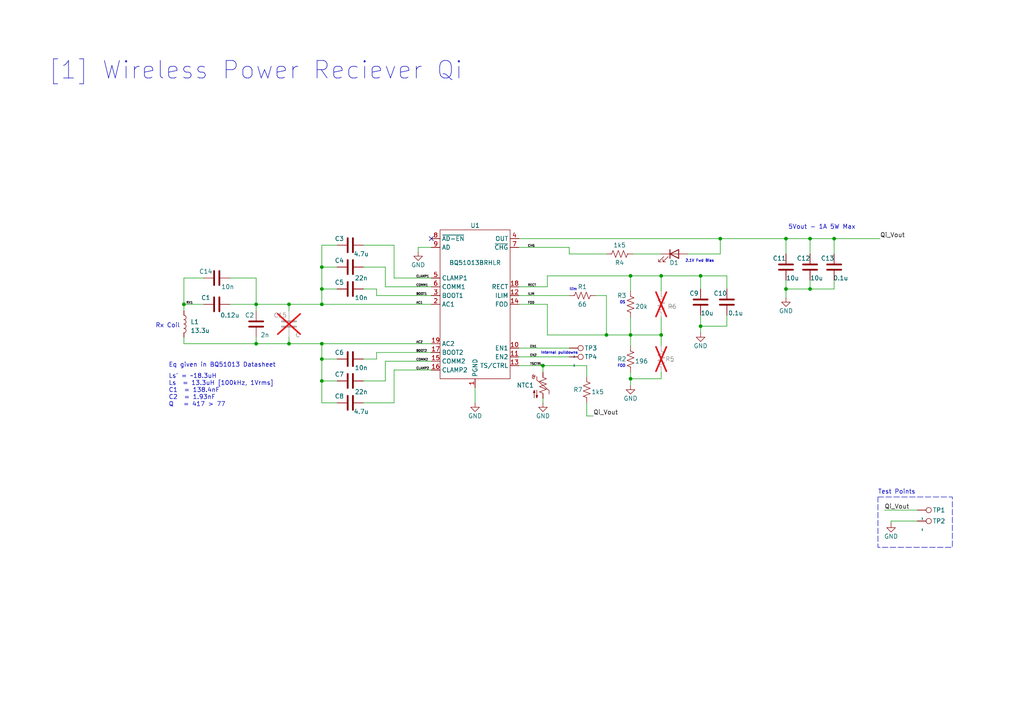
<source format=kicad_sch>
(kicad_sch (version 20230121) (generator eeschema)

  (uuid c3c88c29-256b-47db-bb2c-edb87207c875)

  (paper "A4")

  (title_block
    (title "WiHi Dev Board")
    (rev "-")
    (comment 1 "Designer: Dylan Gutierrez")
  )

  (lib_symbols
    (symbol "Connector:TestPoint" (pin_numbers hide) (pin_names (offset 0.762) hide) (in_bom yes) (on_board yes)
      (property "Reference" "TP" (at 0 6.858 0)
        (effects (font (size 1.27 1.27)))
      )
      (property "Value" "TestPoint" (at 0 5.08 0)
        (effects (font (size 1.27 1.27)))
      )
      (property "Footprint" "" (at 5.08 0 0)
        (effects (font (size 1.27 1.27)) hide)
      )
      (property "Datasheet" "~" (at 5.08 0 0)
        (effects (font (size 1.27 1.27)) hide)
      )
      (property "ki_keywords" "test point tp" (at 0 0 0)
        (effects (font (size 1.27 1.27)) hide)
      )
      (property "ki_description" "test point" (at 0 0 0)
        (effects (font (size 1.27 1.27)) hide)
      )
      (property "ki_fp_filters" "Pin* Test*" (at 0 0 0)
        (effects (font (size 1.27 1.27)) hide)
      )
      (symbol "TestPoint_0_1"
        (circle (center 0 3.302) (radius 0.762)
          (stroke (width 0) (type default))
          (fill (type none))
        )
      )
      (symbol "TestPoint_1_1"
        (pin passive line (at 0 0 90) (length 2.54)
          (name "1" (effects (font (size 1.27 1.27))))
          (number "1" (effects (font (size 1.27 1.27))))
        )
      )
    )
    (symbol "Device:C" (pin_numbers hide) (pin_names (offset 0.254)) (in_bom yes) (on_board yes)
      (property "Reference" "C" (at 0.635 2.54 0)
        (effects (font (size 1.27 1.27)) (justify left))
      )
      (property "Value" "C" (at 0.635 -2.54 0)
        (effects (font (size 1.27 1.27)) (justify left))
      )
      (property "Footprint" "" (at 0.9652 -3.81 0)
        (effects (font (size 1.27 1.27)) hide)
      )
      (property "Datasheet" "~" (at 0 0 0)
        (effects (font (size 1.27 1.27)) hide)
      )
      (property "ki_keywords" "cap capacitor" (at 0 0 0)
        (effects (font (size 1.27 1.27)) hide)
      )
      (property "ki_description" "Unpolarized capacitor" (at 0 0 0)
        (effects (font (size 1.27 1.27)) hide)
      )
      (property "ki_fp_filters" "C_*" (at 0 0 0)
        (effects (font (size 1.27 1.27)) hide)
      )
      (symbol "C_0_1"
        (polyline
          (pts
            (xy -2.032 -0.762)
            (xy 2.032 -0.762)
          )
          (stroke (width 0.508) (type default))
          (fill (type none))
        )
        (polyline
          (pts
            (xy -2.032 0.762)
            (xy 2.032 0.762)
          )
          (stroke (width 0.508) (type default))
          (fill (type none))
        )
      )
      (symbol "C_1_1"
        (pin passive line (at 0 3.81 270) (length 2.794)
          (name "~" (effects (font (size 1.27 1.27))))
          (number "1" (effects (font (size 1.27 1.27))))
        )
        (pin passive line (at 0 -3.81 90) (length 2.794)
          (name "~" (effects (font (size 1.27 1.27))))
          (number "2" (effects (font (size 1.27 1.27))))
        )
      )
    )
    (symbol "Device:L" (pin_numbers hide) (pin_names (offset 1.016) hide) (in_bom yes) (on_board yes)
      (property "Reference" "L" (at -1.27 0 90)
        (effects (font (size 1.27 1.27)))
      )
      (property "Value" "L" (at 1.905 0 90)
        (effects (font (size 1.27 1.27)))
      )
      (property "Footprint" "" (at 0 0 0)
        (effects (font (size 1.27 1.27)) hide)
      )
      (property "Datasheet" "~" (at 0 0 0)
        (effects (font (size 1.27 1.27)) hide)
      )
      (property "ki_keywords" "inductor choke coil reactor magnetic" (at 0 0 0)
        (effects (font (size 1.27 1.27)) hide)
      )
      (property "ki_description" "Inductor" (at 0 0 0)
        (effects (font (size 1.27 1.27)) hide)
      )
      (property "ki_fp_filters" "Choke_* *Coil* Inductor_* L_*" (at 0 0 0)
        (effects (font (size 1.27 1.27)) hide)
      )
      (symbol "L_0_1"
        (arc (start 0 -2.54) (mid 0.6323 -1.905) (end 0 -1.27)
          (stroke (width 0) (type default))
          (fill (type none))
        )
        (arc (start 0 -1.27) (mid 0.6323 -0.635) (end 0 0)
          (stroke (width 0) (type default))
          (fill (type none))
        )
        (arc (start 0 0) (mid 0.6323 0.635) (end 0 1.27)
          (stroke (width 0) (type default))
          (fill (type none))
        )
        (arc (start 0 1.27) (mid 0.6323 1.905) (end 0 2.54)
          (stroke (width 0) (type default))
          (fill (type none))
        )
      )
      (symbol "L_1_1"
        (pin passive line (at 0 3.81 270) (length 1.27)
          (name "1" (effects (font (size 1.27 1.27))))
          (number "1" (effects (font (size 1.27 1.27))))
        )
        (pin passive line (at 0 -3.81 90) (length 1.27)
          (name "2" (effects (font (size 1.27 1.27))))
          (number "2" (effects (font (size 1.27 1.27))))
        )
      )
    )
    (symbol "Device:LED" (pin_numbers hide) (pin_names (offset 1.016) hide) (in_bom yes) (on_board yes)
      (property "Reference" "D" (at 0 2.54 0)
        (effects (font (size 1.27 1.27)))
      )
      (property "Value" "LED" (at 0 -2.54 0)
        (effects (font (size 1.27 1.27)))
      )
      (property "Footprint" "" (at 0 0 0)
        (effects (font (size 1.27 1.27)) hide)
      )
      (property "Datasheet" "~" (at 0 0 0)
        (effects (font (size 1.27 1.27)) hide)
      )
      (property "ki_keywords" "LED diode" (at 0 0 0)
        (effects (font (size 1.27 1.27)) hide)
      )
      (property "ki_description" "Light emitting diode" (at 0 0 0)
        (effects (font (size 1.27 1.27)) hide)
      )
      (property "ki_fp_filters" "LED* LED_SMD:* LED_THT:*" (at 0 0 0)
        (effects (font (size 1.27 1.27)) hide)
      )
      (symbol "LED_0_1"
        (polyline
          (pts
            (xy -1.27 -1.27)
            (xy -1.27 1.27)
          )
          (stroke (width 0.254) (type default))
          (fill (type none))
        )
        (polyline
          (pts
            (xy -1.27 0)
            (xy 1.27 0)
          )
          (stroke (width 0) (type default))
          (fill (type none))
        )
        (polyline
          (pts
            (xy 1.27 -1.27)
            (xy 1.27 1.27)
            (xy -1.27 0)
            (xy 1.27 -1.27)
          )
          (stroke (width 0.254) (type default))
          (fill (type none))
        )
        (polyline
          (pts
            (xy -3.048 -0.762)
            (xy -4.572 -2.286)
            (xy -3.81 -2.286)
            (xy -4.572 -2.286)
            (xy -4.572 -1.524)
          )
          (stroke (width 0) (type default))
          (fill (type none))
        )
        (polyline
          (pts
            (xy -1.778 -0.762)
            (xy -3.302 -2.286)
            (xy -2.54 -2.286)
            (xy -3.302 -2.286)
            (xy -3.302 -1.524)
          )
          (stroke (width 0) (type default))
          (fill (type none))
        )
      )
      (symbol "LED_1_1"
        (pin passive line (at -3.81 0 0) (length 2.54)
          (name "K" (effects (font (size 1.27 1.27))))
          (number "1" (effects (font (size 1.27 1.27))))
        )
        (pin passive line (at 3.81 0 180) (length 2.54)
          (name "A" (effects (font (size 1.27 1.27))))
          (number "2" (effects (font (size 1.27 1.27))))
        )
      )
    )
    (symbol "Device:R_US" (pin_numbers hide) (pin_names (offset 0)) (in_bom yes) (on_board yes)
      (property "Reference" "R" (at 2.54 0 90)
        (effects (font (size 1.27 1.27)))
      )
      (property "Value" "R_US" (at -2.54 0 90)
        (effects (font (size 1.27 1.27)))
      )
      (property "Footprint" "" (at 1.016 -0.254 90)
        (effects (font (size 1.27 1.27)) hide)
      )
      (property "Datasheet" "~" (at 0 0 0)
        (effects (font (size 1.27 1.27)) hide)
      )
      (property "ki_keywords" "R res resistor" (at 0 0 0)
        (effects (font (size 1.27 1.27)) hide)
      )
      (property "ki_description" "Resistor, US symbol" (at 0 0 0)
        (effects (font (size 1.27 1.27)) hide)
      )
      (property "ki_fp_filters" "R_*" (at 0 0 0)
        (effects (font (size 1.27 1.27)) hide)
      )
      (symbol "R_US_0_1"
        (polyline
          (pts
            (xy 0 -2.286)
            (xy 0 -2.54)
          )
          (stroke (width 0) (type default))
          (fill (type none))
        )
        (polyline
          (pts
            (xy 0 2.286)
            (xy 0 2.54)
          )
          (stroke (width 0) (type default))
          (fill (type none))
        )
        (polyline
          (pts
            (xy 0 -0.762)
            (xy 1.016 -1.143)
            (xy 0 -1.524)
            (xy -1.016 -1.905)
            (xy 0 -2.286)
          )
          (stroke (width 0) (type default))
          (fill (type none))
        )
        (polyline
          (pts
            (xy 0 0.762)
            (xy 1.016 0.381)
            (xy 0 0)
            (xy -1.016 -0.381)
            (xy 0 -0.762)
          )
          (stroke (width 0) (type default))
          (fill (type none))
        )
        (polyline
          (pts
            (xy 0 2.286)
            (xy 1.016 1.905)
            (xy 0 1.524)
            (xy -1.016 1.143)
            (xy 0 0.762)
          )
          (stroke (width 0) (type default))
          (fill (type none))
        )
      )
      (symbol "R_US_1_1"
        (pin passive line (at 0 3.81 270) (length 1.27)
          (name "~" (effects (font (size 1.27 1.27))))
          (number "1" (effects (font (size 1.27 1.27))))
        )
        (pin passive line (at 0 -3.81 90) (length 1.27)
          (name "~" (effects (font (size 1.27 1.27))))
          (number "2" (effects (font (size 1.27 1.27))))
        )
      )
    )
    (symbol "Device:Thermistor_NTC_US" (pin_numbers hide) (pin_names (offset 0)) (in_bom yes) (on_board yes)
      (property "Reference" "TH" (at -4.445 0 90)
        (effects (font (size 1.27 1.27)))
      )
      (property "Value" "Thermistor_NTC_US" (at 3.175 0 90)
        (effects (font (size 1.27 1.27)))
      )
      (property "Footprint" "" (at 0 1.27 0)
        (effects (font (size 1.27 1.27)) hide)
      )
      (property "Datasheet" "~" (at 0 1.27 0)
        (effects (font (size 1.27 1.27)) hide)
      )
      (property "ki_keywords" "thermistor NTC resistor sensor RTD" (at 0 0 0)
        (effects (font (size 1.27 1.27)) hide)
      )
      (property "ki_description" "Temperature dependent resistor, negative temperature coefficient, US symbol" (at 0 0 0)
        (effects (font (size 1.27 1.27)) hide)
      )
      (property "ki_fp_filters" "*NTC* *Thermistor* PIN?ARRAY* bornier* *Terminal?Block* R_*" (at 0 0 0)
        (effects (font (size 1.27 1.27)) hide)
      )
      (symbol "Thermistor_NTC_US_0_1"
        (arc (start -3.048 2.159) (mid -3.0495 2.3143) (end -3.175 2.413)
          (stroke (width 0) (type default))
          (fill (type none))
        )
        (arc (start -3.048 2.159) (mid -2.9736 1.9794) (end -2.794 1.905)
          (stroke (width 0) (type default))
          (fill (type none))
        )
        (arc (start -3.048 2.794) (mid -2.9736 2.6144) (end -2.794 2.54)
          (stroke (width 0) (type default))
          (fill (type none))
        )
        (arc (start -2.794 1.905) (mid -2.6144 1.9794) (end -2.54 2.159)
          (stroke (width 0) (type default))
          (fill (type none))
        )
        (arc (start -2.794 2.54) (mid -2.4393 2.5587) (end -2.159 2.794)
          (stroke (width 0) (type default))
          (fill (type none))
        )
        (arc (start -2.794 3.048) (mid -2.9736 2.9736) (end -3.048 2.794)
          (stroke (width 0) (type default))
          (fill (type none))
        )
        (arc (start -2.54 2.794) (mid -2.6144 2.9736) (end -2.794 3.048)
          (stroke (width 0) (type default))
          (fill (type none))
        )
        (polyline
          (pts
            (xy -2.54 2.159)
            (xy -2.54 2.794)
          )
          (stroke (width 0) (type default))
          (fill (type none))
        )
        (polyline
          (pts
            (xy 0 -2.286)
            (xy 0 -2.54)
          )
          (stroke (width 0) (type default))
          (fill (type none))
        )
        (polyline
          (pts
            (xy 0 2.286)
            (xy 0 2.54)
          )
          (stroke (width 0) (type default))
          (fill (type none))
        )
        (polyline
          (pts
            (xy -1.778 2.54)
            (xy -1.778 1.524)
            (xy 1.778 -1.524)
            (xy 1.778 -2.54)
          )
          (stroke (width 0) (type default))
          (fill (type none))
        )
        (polyline
          (pts
            (xy 0 -0.762)
            (xy 1.016 -1.143)
            (xy 0 -1.524)
            (xy -1.016 -1.905)
            (xy 0 -2.286)
          )
          (stroke (width 0) (type default))
          (fill (type none))
        )
        (polyline
          (pts
            (xy 0 0.762)
            (xy 1.016 0.381)
            (xy 0 0)
            (xy -1.016 -0.381)
            (xy 0 -0.762)
          )
          (stroke (width 0) (type default))
          (fill (type none))
        )
        (polyline
          (pts
            (xy 0 2.286)
            (xy 1.016 1.905)
            (xy 0 1.524)
            (xy -1.016 1.143)
            (xy 0 0.762)
          )
          (stroke (width 0) (type default))
          (fill (type none))
        )
        (polyline
          (pts
            (xy -2.54 -3.683)
            (xy -2.54 -1.397)
            (xy -2.794 -2.159)
            (xy -2.286 -2.159)
            (xy -2.54 -1.397)
            (xy -2.54 -1.651)
          )
          (stroke (width 0) (type default))
          (fill (type outline))
        )
        (polyline
          (pts
            (xy -1.778 -1.397)
            (xy -1.778 -3.683)
            (xy -2.032 -2.921)
            (xy -1.524 -2.921)
            (xy -1.778 -3.683)
            (xy -1.778 -3.429)
          )
          (stroke (width 0) (type default))
          (fill (type outline))
        )
      )
      (symbol "Thermistor_NTC_US_1_1"
        (pin passive line (at 0 3.81 270) (length 1.27)
          (name "~" (effects (font (size 1.27 1.27))))
          (number "1" (effects (font (size 1.27 1.27))))
        )
        (pin passive line (at 0 -3.81 90) (length 1.27)
          (name "~" (effects (font (size 1.27 1.27))))
          (number "2" (effects (font (size 1.27 1.27))))
        )
      )
    )
    (symbol "WiHi:BQ51013BRHLR" (in_bom yes) (on_board yes)
      (property "Reference" "U" (at -8.89 22.86 0)
        (effects (font (size 1.27 1.27)))
      )
      (property "Value" "BQ51013BRHLR" (at 7.62 22.86 0)
        (effects (font (size 1.27 1.27)))
      )
      (property "Footprint" "Package_DFN_QFN:Texas_VQFN-RHL-20" (at 20.32 -22.86 0)
        (effects (font (size 1.27 1.27)) hide)
      )
      (property "Datasheet" "https://www.ti.com/lit/ds/symlink/bq51013b.pdf" (at 25.4 -27.94 0)
        (effects (font (size 1.27 1.27)) hide)
      )
      (property "PARTNO" "296-38885-2-ND" (at 11.43 -25.4 0)
        (effects (font (size 1.27 1.27)) hide)
      )
      (property "ki_keywords" "Qi Wireless Power Receiver 20QFN" (at 0 0 0)
        (effects (font (size 1.27 1.27)) hide)
      )
      (property "ki_description" "Wireless Power Receiver 1.5A 5Vout PMIC 20-VQFN (3.5x4.5)" (at 0 0 0)
        (effects (font (size 1.27 1.27)) hide)
      )
      (symbol "BQ51013BRHLR_0_1"
        (rectangle (start -10.16 21.59) (end 10.16 -21.59)
          (stroke (width 0) (type default))
          (fill (type none))
        )
      )
      (symbol "BQ51013BRHLR_1_1"
        (pin power_out line (at 0 -24.13 90) (length 2.54)
          (name "PGND" (effects (font (size 1.27 1.27))))
          (number "1" (effects (font (size 1.27 1.27))))
        )
        (pin input line (at 12.7 -12.7 180) (length 2.54)
          (name "EN1" (effects (font (size 1.27 1.27))))
          (number "10" (effects (font (size 1.27 1.27))))
        )
        (pin input line (at 12.7 -15.24 180) (length 2.54)
          (name "EN2" (effects (font (size 1.27 1.27))))
          (number "11" (effects (font (size 1.27 1.27))))
        )
        (pin passive line (at 12.7 2.54 180) (length 2.54)
          (name "ILIM" (effects (font (size 1.27 1.27))))
          (number "12" (effects (font (size 1.27 1.27))))
        )
        (pin input line (at 12.7 -17.78 180) (length 2.54)
          (name "TS/CTRL" (effects (font (size 1.27 1.27))))
          (number "13" (effects (font (size 1.27 1.27))))
        )
        (pin input line (at 12.7 0 180) (length 2.54)
          (name "FOD" (effects (font (size 1.27 1.27))))
          (number "14" (effects (font (size 1.27 1.27))))
        )
        (pin open_collector line (at -12.7 -16.51 0) (length 2.54)
          (name "COMM2" (effects (font (size 1.27 1.27))))
          (number "15" (effects (font (size 1.27 1.27))))
        )
        (pin open_collector line (at -12.7 -19.05 0) (length 2.54)
          (name "CLAMP2" (effects (font (size 1.27 1.27))))
          (number "16" (effects (font (size 1.27 1.27))))
        )
        (pin passive line (at -12.7 -13.97 0) (length 2.54)
          (name "BOOT2" (effects (font (size 1.27 1.27))))
          (number "17" (effects (font (size 1.27 1.27))))
        )
        (pin passive line (at 12.7 5.08 180) (length 2.54)
          (name "RECT" (effects (font (size 1.27 1.27))))
          (number "18" (effects (font (size 1.27 1.27))))
        )
        (pin input line (at -12.7 -11.43 0) (length 2.54)
          (name "AC2" (effects (font (size 1.27 1.27))))
          (number "19" (effects (font (size 1.27 1.27))))
        )
        (pin input line (at -12.7 0 0) (length 2.54)
          (name "AC1" (effects (font (size 1.27 1.27))))
          (number "2" (effects (font (size 1.27 1.27))))
        )
        (pin passive line (at 0 -24.13 90) (length 2.54) hide
          (name "PGND" (effects (font (size 1.27 1.27))))
          (number "20" (effects (font (size 1.27 1.27))))
        )
        (pin passive line (at 0 -24.13 90) (length 2.54) hide
          (name "PGND" (effects (font (size 1.27 1.27))))
          (number "21" (effects (font (size 1.27 1.27))))
        )
        (pin passive line (at -12.7 2.54 0) (length 2.54)
          (name "BOOT1" (effects (font (size 1.27 1.27))))
          (number "3" (effects (font (size 1.27 1.27))))
        )
        (pin power_out line (at 12.7 19.05 180) (length 2.54)
          (name "OUT" (effects (font (size 1.27 1.27))))
          (number "4" (effects (font (size 1.27 1.27))))
        )
        (pin open_collector line (at -12.7 7.62 0) (length 2.54)
          (name "CLAMP1" (effects (font (size 1.27 1.27))))
          (number "5" (effects (font (size 1.27 1.27))))
        )
        (pin open_collector line (at -12.7 5.08 0) (length 2.54)
          (name "COMM1" (effects (font (size 1.27 1.27))))
          (number "6" (effects (font (size 1.27 1.27))))
        )
        (pin open_collector line (at 12.7 16.51 180) (length 2.54)
          (name "~{CHG}" (effects (font (size 1.27 1.27))))
          (number "7" (effects (font (size 1.27 1.27))))
        )
        (pin output line (at -12.7 19.05 0) (length 2.54)
          (name "~{AD-EN}" (effects (font (size 1.27 1.27))))
          (number "8" (effects (font (size 1.27 1.27))))
        )
        (pin input line (at -12.7 16.51 0) (length 2.54)
          (name "AD" (effects (font (size 1.27 1.27))))
          (number "9" (effects (font (size 1.27 1.27))))
        )
      )
    )
    (symbol "power:GND" (power) (pin_names (offset 0)) (in_bom yes) (on_board yes)
      (property "Reference" "#PWR" (at 0 -6.35 0)
        (effects (font (size 1.27 1.27)) hide)
      )
      (property "Value" "GND" (at 0 -3.81 0)
        (effects (font (size 1.27 1.27)))
      )
      (property "Footprint" "" (at 0 0 0)
        (effects (font (size 1.27 1.27)) hide)
      )
      (property "Datasheet" "" (at 0 0 0)
        (effects (font (size 1.27 1.27)) hide)
      )
      (property "ki_keywords" "global power" (at 0 0 0)
        (effects (font (size 1.27 1.27)) hide)
      )
      (property "ki_description" "Power symbol creates a global label with name \"GND\" , ground" (at 0 0 0)
        (effects (font (size 1.27 1.27)) hide)
      )
      (symbol "GND_0_1"
        (polyline
          (pts
            (xy 0 0)
            (xy 0 -1.27)
            (xy 1.27 -1.27)
            (xy 0 -2.54)
            (xy -1.27 -1.27)
            (xy 0 -1.27)
          )
          (stroke (width 0) (type default))
          (fill (type none))
        )
      )
      (symbol "GND_1_1"
        (pin power_in line (at 0 0 270) (length 0) hide
          (name "GND" (effects (font (size 1.27 1.27))))
          (number "1" (effects (font (size 1.27 1.27))))
        )
      )
    )
  )

  (junction (at 53.34 88.265) (diameter 0) (color 0 0 0 0)
    (uuid 06664d11-50bc-42fa-bdd8-1a8317fe35bc)
  )
  (junction (at 234.95 83.82) (diameter 0) (color 0 0 0 0)
    (uuid 07ca749a-ac23-4e42-abb3-c492ab0005d6)
  )
  (junction (at 182.88 80.01) (diameter 0) (color 0 0 0 0)
    (uuid 0b729938-eea1-4bc4-9d36-e5e89913ca4f)
  )
  (junction (at 191.77 97.155) (diameter 0) (color 0 0 0 0)
    (uuid 1213cc18-106c-454c-a2a6-7fce88a68848)
  )
  (junction (at 227.965 83.82) (diameter 0) (color 0 0 0 0)
    (uuid 18cf4efb-19db-4f6c-881f-7a0dccd84ea6)
  )
  (junction (at 182.88 109.855) (diameter 0) (color 0 0 0 0)
    (uuid 3d6f7bef-b50a-4d73-b151-50611e3fec51)
  )
  (junction (at 93.345 77.47) (diameter 0) (color 0 0 0 0)
    (uuid 3f107360-0a7d-475b-95bb-d307ff8d5858)
  )
  (junction (at 93.345 110.49) (diameter 0) (color 0 0 0 0)
    (uuid 3f115d53-0299-476e-91a9-d55816adaf1d)
  )
  (junction (at 175.895 97.155) (diameter 0) (color 0 0 0 0)
    (uuid 49bf30e6-5372-4b69-a933-55dd9a4ceb5e)
  )
  (junction (at 83.82 88.265) (diameter 0) (color 0 0 0 0)
    (uuid 54db7e66-9804-4ce3-8f7a-f894c5867e53)
  )
  (junction (at 157.48 106.045) (diameter 0) (color 0 0 0 0)
    (uuid 594b74b3-c2d2-4ee5-a5d5-b9fe6bbc8814)
  )
  (junction (at 241.935 69.215) (diameter 0) (color 0 0 0 0)
    (uuid 5e872694-3f5c-43b8-984d-4cc2cf125aea)
  )
  (junction (at 182.88 97.155) (diameter 0) (color 0 0 0 0)
    (uuid 6886eb8f-eb72-455e-a978-9c12494d5733)
  )
  (junction (at 74.295 99.695) (diameter 0) (color 0 0 0 0)
    (uuid 7116f377-bbbc-4ff0-ad9b-46d8ef29ed83)
  )
  (junction (at 191.77 80.01) (diameter 0) (color 0 0 0 0)
    (uuid 76b48a2c-e2b8-43b7-acfc-a1e28295bbd0)
  )
  (junction (at 234.95 69.215) (diameter 0) (color 0 0 0 0)
    (uuid 796732c8-bb5e-457c-95d0-8ac0d6db0847)
  )
  (junction (at 93.345 99.695) (diameter 0) (color 0 0 0 0)
    (uuid 80ee999b-0d5d-456d-8edf-062c4de80bc3)
  )
  (junction (at 74.295 88.265) (diameter 0) (color 0 0 0 0)
    (uuid 9f64146e-f0be-4a3f-b2cc-f4c23ae88503)
  )
  (junction (at 203.2 94.615) (diameter 0) (color 0 0 0 0)
    (uuid aa9a8937-1508-4988-b75e-1e5a589d8ff8)
  )
  (junction (at 208.915 69.215) (diameter 0) (color 0 0 0 0)
    (uuid ac4768a9-c7e6-41c0-bd06-e0bab4b94ebd)
  )
  (junction (at 93.345 83.82) (diameter 0) (color 0 0 0 0)
    (uuid b0a9d447-c22c-4994-b1d0-c554fc93aea6)
  )
  (junction (at 93.345 88.265) (diameter 0) (color 0 0 0 0)
    (uuid b7e3d22d-c54a-4130-b834-4f3ff8fe7ab9)
  )
  (junction (at 203.2 80.01) (diameter 0) (color 0 0 0 0)
    (uuid bf3ac2b1-abc6-4d10-b339-2b84a8a090fc)
  )
  (junction (at 83.82 99.695) (diameter 0) (color 0 0 0 0)
    (uuid c4c2b1dc-924a-4f32-ad6f-a7c7e1285c90)
  )
  (junction (at 227.965 69.215) (diameter 0) (color 0 0 0 0)
    (uuid dd5b91c3-6dc4-453b-afb2-74fc14de0d7b)
  )
  (junction (at 93.345 104.14) (diameter 0) (color 0 0 0 0)
    (uuid e15cf88b-12b9-419e-a2b6-80bfe37cbfe7)
  )

  (no_connect (at 125.095 69.215) (uuid 4d09af1a-311c-47f4-b449-2b75e6e463a7))

  (wire (pts (xy 182.88 97.155) (xy 191.77 97.155))
    (stroke (width 0) (type default))
    (uuid 00266c19-21d1-4f2f-8620-3ccab22b26db)
  )
  (wire (pts (xy 125.095 71.755) (xy 121.285 71.755))
    (stroke (width 0) (type default))
    (uuid 01e26f7d-c241-43d2-86ef-bf5d2473d43b)
  )
  (wire (pts (xy 59.055 88.265) (xy 53.34 88.265))
    (stroke (width 0) (type default))
    (uuid 023acbbf-cdb5-4e88-beb4-78c33f10a336)
  )
  (wire (pts (xy 208.915 69.215) (xy 227.965 69.215))
    (stroke (width 0) (type default))
    (uuid 02f53187-dcc9-4370-84e2-37f450fb171b)
  )
  (wire (pts (xy 109.22 104.14) (xy 105.41 104.14))
    (stroke (width 0) (type default))
    (uuid 04d6d360-1039-48f9-aaa9-60a7230f96be)
  )
  (wire (pts (xy 93.345 110.49) (xy 97.79 110.49))
    (stroke (width 0) (type default))
    (uuid 04ee1140-5d46-4eca-8e82-a5c7df39f793)
  )
  (wire (pts (xy 111.76 83.185) (xy 125.095 83.185))
    (stroke (width 0) (type default))
    (uuid 05302aeb-a17b-4461-a7e1-af1652d89f8a)
  )
  (wire (pts (xy 191.77 109.855) (xy 191.77 107.95))
    (stroke (width 0) (type default))
    (uuid 0830e034-27e1-4538-8566-2e4871ce840c)
  )
  (wire (pts (xy 93.345 99.695) (xy 93.345 104.14))
    (stroke (width 0) (type default))
    (uuid 09d4bcf7-6812-4b85-8989-0d65c7c36e6e)
  )
  (wire (pts (xy 191.77 92.075) (xy 191.77 97.155))
    (stroke (width 0) (type default))
    (uuid 0c29dcbe-ffa6-4ec1-9b70-c7be7fd149b8)
  )
  (wire (pts (xy 74.295 97.79) (xy 74.295 99.695))
    (stroke (width 0) (type default))
    (uuid 0d77d69f-6f19-4154-9d1b-fe305022a5fc)
  )
  (wire (pts (xy 258.445 151.13) (xy 258.445 151.765))
    (stroke (width 0) (type default))
    (uuid 0ecfc33f-4ff3-47ac-9829-d08ae7044358)
  )
  (wire (pts (xy 234.95 69.215) (xy 241.935 69.215))
    (stroke (width 0) (type default))
    (uuid 166b1d1f-bcd8-4caf-9067-7990d36e1a62)
  )
  (wire (pts (xy 241.935 69.215) (xy 241.935 73.66))
    (stroke (width 0) (type default))
    (uuid 191c6917-c95e-4ca7-bfef-89b9e278f763)
  )
  (wire (pts (xy 191.77 80.01) (xy 203.2 80.01))
    (stroke (width 0) (type default))
    (uuid 1e157013-ce78-4bd5-bef5-9733461f2db5)
  )
  (wire (pts (xy 170.18 106.045) (xy 170.18 109.22))
    (stroke (width 0) (type default))
    (uuid 20840641-797b-43c7-b4ed-461437271295)
  )
  (wire (pts (xy 74.295 88.265) (xy 74.295 90.17))
    (stroke (width 0) (type default))
    (uuid 208c8915-a784-4283-9c29-9bf8536f70cc)
  )
  (wire (pts (xy 210.82 94.615) (xy 203.2 94.615))
    (stroke (width 0) (type default))
    (uuid 20e6f4bc-072c-4705-a6ca-31a10edb9a94)
  )
  (wire (pts (xy 182.88 80.01) (xy 182.88 84.455))
    (stroke (width 0) (type default))
    (uuid 237c5645-3abf-4afd-81e7-9ec69d6e7acd)
  )
  (wire (pts (xy 114.3 71.12) (xy 105.41 71.12))
    (stroke (width 0) (type default))
    (uuid 23d08b1a-f90e-472e-81c6-6c500e2d90c2)
  )
  (wire (pts (xy 227.965 83.82) (xy 227.965 86.36))
    (stroke (width 0) (type default))
    (uuid 26c11219-85f1-4472-af21-8d75620ada2a)
  )
  (wire (pts (xy 93.345 99.695) (xy 125.095 99.695))
    (stroke (width 0) (type default))
    (uuid 274d3588-229e-4172-ad78-a03de92253d2)
  )
  (wire (pts (xy 182.88 109.855) (xy 182.88 111.76))
    (stroke (width 0) (type default))
    (uuid 2bb69432-c917-44aa-b48f-68588b810806)
  )
  (wire (pts (xy 83.82 88.265) (xy 83.82 90.17))
    (stroke (width 0) (type default))
    (uuid 2e0a40b4-d51c-4aca-bb5c-690c392b6ebf)
  )
  (wire (pts (xy 191.77 84.455) (xy 191.77 80.01))
    (stroke (width 0) (type default))
    (uuid 30cc8f8f-eaab-42e3-9937-703088e9f969)
  )
  (wire (pts (xy 234.95 81.28) (xy 234.95 83.82))
    (stroke (width 0) (type default))
    (uuid 320ced24-df52-4dfb-b120-382d3c84ae0d)
  )
  (wire (pts (xy 227.965 69.215) (xy 234.95 69.215))
    (stroke (width 0) (type default))
    (uuid 3235b426-995e-4a6f-807e-fcc662867dd5)
  )
  (wire (pts (xy 111.76 77.47) (xy 111.76 83.185))
    (stroke (width 0) (type default))
    (uuid 35484ac8-edd4-4d8d-b44c-55fd78a7f140)
  )
  (wire (pts (xy 175.895 85.725) (xy 172.72 85.725))
    (stroke (width 0) (type default))
    (uuid 3a076f2f-290a-4057-95b9-fd5dbe74dc00)
  )
  (wire (pts (xy 93.345 88.265) (xy 125.095 88.265))
    (stroke (width 0) (type default))
    (uuid 3d6489fe-217d-49ee-8c40-4385eb6f3b1e)
  )
  (wire (pts (xy 109.22 83.82) (xy 109.22 85.725))
    (stroke (width 0) (type default))
    (uuid 423a9db0-75e7-4fa1-8f9f-53a60633bc66)
  )
  (wire (pts (xy 182.88 92.075) (xy 182.88 97.155))
    (stroke (width 0) (type default))
    (uuid 42445d55-c688-4030-9967-56e25cabbe30)
  )
  (wire (pts (xy 227.965 83.82) (xy 234.95 83.82))
    (stroke (width 0) (type default))
    (uuid 44bcf184-bb30-44c7-b632-31a2912dc39e)
  )
  (wire (pts (xy 66.675 80.645) (xy 74.295 80.645))
    (stroke (width 0) (type default))
    (uuid 4a15a066-11d2-492f-a1ea-5b1246c06f3d)
  )
  (wire (pts (xy 157.48 115.57) (xy 157.48 116.84))
    (stroke (width 0) (type default))
    (uuid 4bbb9482-5ba2-41b7-9d25-faaedcc5b5da)
  )
  (wire (pts (xy 83.82 97.79) (xy 83.82 99.695))
    (stroke (width 0) (type default))
    (uuid 4c066f04-c97b-4c3a-922a-4d7d5a4534fb)
  )
  (wire (pts (xy 105.41 77.47) (xy 111.76 77.47))
    (stroke (width 0) (type default))
    (uuid 4fb7cb7d-a348-461c-853a-c46fe6f8950f)
  )
  (wire (pts (xy 241.935 83.82) (xy 241.935 81.28))
    (stroke (width 0) (type default))
    (uuid 50420278-b458-4d7b-96cf-3b2e73399308)
  )
  (wire (pts (xy 125.095 80.645) (xy 114.3 80.645))
    (stroke (width 0) (type default))
    (uuid 5486ab0c-866d-4ae0-8575-3b3bed213615)
  )
  (wire (pts (xy 175.895 85.725) (xy 175.895 97.155))
    (stroke (width 0) (type default))
    (uuid 5517c5bd-349c-4447-acea-b456bff59112)
  )
  (wire (pts (xy 53.34 99.695) (xy 53.34 97.79))
    (stroke (width 0) (type default))
    (uuid 5811a49b-d8bb-4680-ae0e-c4648d64dc0e)
  )
  (wire (pts (xy 150.495 88.265) (xy 158.75 88.265))
    (stroke (width 0) (type default))
    (uuid 5b854be0-267e-40db-9c6a-da2c604e82c7)
  )
  (wire (pts (xy 158.75 80.01) (xy 182.88 80.01))
    (stroke (width 0) (type default))
    (uuid 6002379a-cfa4-4181-9f28-df468b0b8c99)
  )
  (wire (pts (xy 125.095 107.315) (xy 114.3 107.315))
    (stroke (width 0) (type default))
    (uuid 62b58223-f85c-4dba-a7a6-333782f37a81)
  )
  (wire (pts (xy 105.41 83.82) (xy 109.22 83.82))
    (stroke (width 0) (type default))
    (uuid 632347a9-efa9-4588-bf59-1d8e6894ec42)
  )
  (wire (pts (xy 150.495 69.215) (xy 208.915 69.215))
    (stroke (width 0) (type default))
    (uuid 66746874-6ed4-49de-a0bd-006ccfadad2d)
  )
  (wire (pts (xy 74.295 88.265) (xy 83.82 88.265))
    (stroke (width 0) (type default))
    (uuid 67b87692-e176-4d3b-ad88-0d2e72cd1bd8)
  )
  (wire (pts (xy 182.88 107.95) (xy 182.88 109.855))
    (stroke (width 0) (type default))
    (uuid 68cdebe7-4d02-4a13-9eed-aa8662cda0c3)
  )
  (wire (pts (xy 203.2 80.01) (xy 203.2 83.82))
    (stroke (width 0) (type default))
    (uuid 6a15f25d-ce53-42df-8fe3-71b1b0d6c7ab)
  )
  (wire (pts (xy 150.495 100.965) (xy 165.1 100.965))
    (stroke (width 0) (type default))
    (uuid 6ccd0e16-3b4f-4ead-89b6-f1a605a92966)
  )
  (wire (pts (xy 74.295 99.695) (xy 83.82 99.695))
    (stroke (width 0) (type default))
    (uuid 6d9193cc-04a3-4f59-b0b9-ab1df2b6fe63)
  )
  (wire (pts (xy 74.295 99.695) (xy 53.34 99.695))
    (stroke (width 0) (type default))
    (uuid 6f1a382b-2adc-4369-a391-06618266bf23)
  )
  (wire (pts (xy 170.18 116.84) (xy 170.18 120.65))
    (stroke (width 0) (type default))
    (uuid 7891e507-00ce-4c20-bb03-2ce11bf63049)
  )
  (wire (pts (xy 158.75 83.185) (xy 150.495 83.185))
    (stroke (width 0) (type default))
    (uuid 7c5ea132-065f-455f-9117-50161aab7621)
  )
  (wire (pts (xy 114.3 116.84) (xy 105.41 116.84))
    (stroke (width 0) (type default))
    (uuid 7e49c7eb-5ddd-4ad2-8526-06d7b027048a)
  )
  (wire (pts (xy 125.095 102.235) (xy 109.22 102.235))
    (stroke (width 0) (type default))
    (uuid 7e8beb97-27ee-4ae9-9434-67ed358ec1da)
  )
  (wire (pts (xy 241.935 69.215) (xy 255.27 69.215))
    (stroke (width 0) (type default))
    (uuid 85dad931-f4e7-49cd-bf4c-27a471bf74d6)
  )
  (wire (pts (xy 93.345 77.47) (xy 93.345 83.82))
    (stroke (width 0) (type default))
    (uuid 8a2f41cd-25f1-43f4-b96d-a99f919b907c)
  )
  (wire (pts (xy 234.95 69.215) (xy 234.95 73.66))
    (stroke (width 0) (type default))
    (uuid 8a4e9c62-28cf-4564-998e-8fd852cbe93e)
  )
  (wire (pts (xy 109.22 85.725) (xy 125.095 85.725))
    (stroke (width 0) (type default))
    (uuid 8c29720b-9f1d-4e5b-b9bd-d9609a3e2e59)
  )
  (wire (pts (xy 150.495 85.725) (xy 165.1 85.725))
    (stroke (width 0) (type default))
    (uuid 8c854322-a2df-4448-831c-dbba4f25599f)
  )
  (wire (pts (xy 59.055 80.645) (xy 53.34 80.645))
    (stroke (width 0) (type default))
    (uuid 8e9def83-2dae-439e-993f-f1a22a3f0d19)
  )
  (wire (pts (xy 208.915 73.66) (xy 208.915 69.215))
    (stroke (width 0) (type default))
    (uuid 8eb22ac1-242a-491f-b33b-db33a87dfa28)
  )
  (wire (pts (xy 93.345 83.82) (xy 93.345 88.265))
    (stroke (width 0) (type default))
    (uuid 90798734-0c96-420e-9c6d-9178d352f766)
  )
  (wire (pts (xy 227.965 81.28) (xy 227.965 83.82))
    (stroke (width 0) (type default))
    (uuid 91b6464e-ae75-432c-a781-c8112216f77c)
  )
  (wire (pts (xy 170.18 120.65) (xy 172.085 120.65))
    (stroke (width 0) (type default))
    (uuid 926bb3ec-f299-4ddf-b6f2-23bbff436f1d)
  )
  (wire (pts (xy 157.48 106.045) (xy 170.18 106.045))
    (stroke (width 0) (type default))
    (uuid 9867653b-5a6a-46d2-a5aa-7385f2f4303d)
  )
  (wire (pts (xy 256.54 147.955) (xy 266.065 147.955))
    (stroke (width 0) (type default))
    (uuid 9a8d3ca8-63c0-4f9b-b378-527962bacbea)
  )
  (wire (pts (xy 165.1 73.66) (xy 165.1 71.755))
    (stroke (width 0) (type default))
    (uuid a068e933-3cb4-4a86-9801-766dd9c02dce)
  )
  (wire (pts (xy 53.34 88.265) (xy 53.34 90.17))
    (stroke (width 0) (type default))
    (uuid a1cd4601-de07-40e9-87a7-732806bdc7fe)
  )
  (wire (pts (xy 93.345 110.49) (xy 93.345 116.84))
    (stroke (width 0) (type default))
    (uuid a2566d2e-2090-4be5-9ea8-b131b5f1efe3)
  )
  (wire (pts (xy 97.79 104.14) (xy 93.345 104.14))
    (stroke (width 0) (type default))
    (uuid a581b2ae-5cf4-4907-9b85-ff5a10619947)
  )
  (wire (pts (xy 93.345 83.82) (xy 97.79 83.82))
    (stroke (width 0) (type default))
    (uuid a8915491-8f27-4a89-aa41-b463f639d13d)
  )
  (wire (pts (xy 165.1 71.755) (xy 150.495 71.755))
    (stroke (width 0) (type default))
    (uuid abf2661f-c45b-446a-af1d-9ad0dac3a489)
  )
  (wire (pts (xy 150.495 106.045) (xy 157.48 106.045))
    (stroke (width 0) (type default))
    (uuid adc9a8dc-af11-4e87-9752-9b23616c098f)
  )
  (wire (pts (xy 175.895 97.155) (xy 182.88 97.155))
    (stroke (width 0) (type default))
    (uuid ae33cf2d-8f76-4bff-b5cb-d5adf08bde06)
  )
  (wire (pts (xy 137.795 112.395) (xy 137.795 116.84))
    (stroke (width 0) (type default))
    (uuid af46ff52-1c7b-4f88-be50-8cf4542dd916)
  )
  (wire (pts (xy 53.34 80.645) (xy 53.34 88.265))
    (stroke (width 0) (type default))
    (uuid b1eab694-62b7-4937-b6b5-5a91a38543bf)
  )
  (wire (pts (xy 111.76 104.775) (xy 125.095 104.775))
    (stroke (width 0) (type default))
    (uuid b267af87-13a0-4b3a-8186-5e15776ed56f)
  )
  (wire (pts (xy 266.065 151.13) (xy 258.445 151.13))
    (stroke (width 0) (type default))
    (uuid b280b17a-fcd4-45ad-9c36-206eccbb71b7)
  )
  (wire (pts (xy 183.515 73.66) (xy 191.77 73.66))
    (stroke (width 0) (type default))
    (uuid b8d7ac70-6527-4982-9d77-a409bee8d289)
  )
  (wire (pts (xy 182.88 80.01) (xy 191.77 80.01))
    (stroke (width 0) (type default))
    (uuid baed118d-bf4e-41da-adaa-0e1c1b45de77)
  )
  (wire (pts (xy 199.39 73.66) (xy 208.915 73.66))
    (stroke (width 0) (type default))
    (uuid bb06ea33-48e5-461c-b1e7-315559ec4bef)
  )
  (wire (pts (xy 111.76 110.49) (xy 111.76 104.775))
    (stroke (width 0) (type default))
    (uuid c06be937-1aea-4bea-82cf-01d2ad744d55)
  )
  (wire (pts (xy 109.22 102.235) (xy 109.22 104.14))
    (stroke (width 0) (type default))
    (uuid c3cd6765-25e0-4655-81b5-1800bfa84820)
  )
  (wire (pts (xy 203.2 94.615) (xy 203.2 96.52))
    (stroke (width 0) (type default))
    (uuid c56ed69c-0dec-4ea9-9734-18340e0331c7)
  )
  (wire (pts (xy 83.82 88.265) (xy 93.345 88.265))
    (stroke (width 0) (type default))
    (uuid c7b88761-c36d-4e9d-ab4c-aa91ff63027e)
  )
  (wire (pts (xy 105.41 110.49) (xy 111.76 110.49))
    (stroke (width 0) (type default))
    (uuid ca1a1e32-0ca9-43cc-9224-de0cec09ce92)
  )
  (wire (pts (xy 182.88 109.855) (xy 191.77 109.855))
    (stroke (width 0) (type default))
    (uuid cadfadee-50bd-403e-990e-fa857934019e)
  )
  (wire (pts (xy 210.82 94.615) (xy 210.82 91.44))
    (stroke (width 0) (type default))
    (uuid cc2d13e1-077e-454e-a073-240784ae9d95)
  )
  (wire (pts (xy 203.2 91.44) (xy 203.2 94.615))
    (stroke (width 0) (type default))
    (uuid ccd316ec-664b-4fbc-856f-a5fc3cd9177a)
  )
  (wire (pts (xy 74.295 80.645) (xy 74.295 88.265))
    (stroke (width 0) (type default))
    (uuid cd508510-132b-4b0f-909e-8ba1e14227d1)
  )
  (wire (pts (xy 150.495 103.505) (xy 165.1 103.505))
    (stroke (width 0) (type default))
    (uuid cdbe5452-a77a-483a-9feb-1020f654877f)
  )
  (wire (pts (xy 114.3 107.315) (xy 114.3 116.84))
    (stroke (width 0) (type default))
    (uuid d2a0b7c7-24ca-41ae-ba60-e6ec0c193f39)
  )
  (wire (pts (xy 93.345 71.12) (xy 93.345 77.47))
    (stroke (width 0) (type default))
    (uuid d330141f-59a2-4ee0-b769-52b15fb44f5c)
  )
  (wire (pts (xy 165.1 73.66) (xy 175.895 73.66))
    (stroke (width 0) (type default))
    (uuid d77b5b8b-a9fa-4a8a-97b0-9155ba86fc14)
  )
  (wire (pts (xy 158.75 97.155) (xy 175.895 97.155))
    (stroke (width 0) (type default))
    (uuid daff9ccc-4247-4d1f-967d-f7986694f63d)
  )
  (wire (pts (xy 93.345 77.47) (xy 97.79 77.47))
    (stroke (width 0) (type default))
    (uuid dce688b8-3a2d-4b73-a15c-a5eeefa76aee)
  )
  (wire (pts (xy 157.48 106.045) (xy 157.48 107.95))
    (stroke (width 0) (type default))
    (uuid e04968bd-1139-43ce-8ff5-d2a640de3181)
  )
  (wire (pts (xy 97.79 71.12) (xy 93.345 71.12))
    (stroke (width 0) (type default))
    (uuid e0789d2a-fe49-460b-bf74-ec6a751cc04b)
  )
  (wire (pts (xy 158.75 80.01) (xy 158.75 83.185))
    (stroke (width 0) (type default))
    (uuid e37a5161-f5d8-4bb5-8e58-ce94a7741c26)
  )
  (wire (pts (xy 93.345 104.14) (xy 93.345 110.49))
    (stroke (width 0) (type default))
    (uuid e42ba1ef-0d52-460a-b7de-810d258b24cd)
  )
  (wire (pts (xy 66.675 88.265) (xy 74.295 88.265))
    (stroke (width 0) (type default))
    (uuid e7eeee08-425e-4714-b1eb-157a8fd883f9)
  )
  (wire (pts (xy 93.345 116.84) (xy 97.79 116.84))
    (stroke (width 0) (type default))
    (uuid e95183b1-cace-43c7-b611-bebfb1cd32e4)
  )
  (wire (pts (xy 210.82 80.01) (xy 210.82 83.82))
    (stroke (width 0) (type default))
    (uuid ee27e7fb-35e3-4c10-8cc6-b9c27f9f60f9)
  )
  (wire (pts (xy 114.3 80.645) (xy 114.3 71.12))
    (stroke (width 0) (type default))
    (uuid f1b7466b-0a59-44dd-bdde-4ec0b3f0709e)
  )
  (wire (pts (xy 203.2 80.01) (xy 210.82 80.01))
    (stroke (width 0) (type default))
    (uuid f45f11d6-75b3-438b-920b-c8ec1f68147a)
  )
  (wire (pts (xy 83.82 99.695) (xy 93.345 99.695))
    (stroke (width 0) (type default))
    (uuid f5148784-bae7-4870-b7c6-518b555242b5)
  )
  (wire (pts (xy 182.88 97.155) (xy 182.88 100.33))
    (stroke (width 0) (type default))
    (uuid f66e7010-8492-43c6-a625-373411e16818)
  )
  (wire (pts (xy 121.285 71.755) (xy 121.285 73.025))
    (stroke (width 0) (type default))
    (uuid f6869db5-d8c4-487e-93cc-83e97fd3f8c5)
  )
  (wire (pts (xy 234.95 83.82) (xy 241.935 83.82))
    (stroke (width 0) (type default))
    (uuid f978b367-cb68-4802-a00e-fd9185101d76)
  )
  (wire (pts (xy 227.965 69.215) (xy 227.965 73.66))
    (stroke (width 0) (type default))
    (uuid fa52f3d2-9714-4f44-a3af-4689ddfcedb8)
  )
  (wire (pts (xy 191.77 97.155) (xy 191.77 100.33))
    (stroke (width 0) (type default))
    (uuid fb1c1fe8-d3e1-415b-b851-6155b3ac4c05)
  )
  (wire (pts (xy 158.75 88.265) (xy 158.75 97.155))
    (stroke (width 0) (type default))
    (uuid fdbbdb03-1105-4d52-95fb-588420ed7933)
  )

  (rectangle (start 254.635 144.145) (end 276.225 158.75)
    (stroke (width 0) (type dash))
    (fill (type none))
    (uuid 2d6b1921-f754-406f-84e6-2ace1e2b745f)
  )

  (text "2.1V Fwd Bias" (at 198.755 76.2 0)
    (effects (font (size 0.762 0.762)) (justify left bottom))
    (uuid 1f997a14-b3c1-4aa4-86d4-28df315a5d25)
  )
  (text "Test Points" (at 254.635 143.51 0)
    (effects (font (size 1.27 1.27)) (justify left bottom))
    (uuid 36c98851-6ba6-47d4-9c95-bc85729b6450)
  )
  (text "Rx Coil" (at 45.085 95.25 0)
    (effects (font (size 1.27 1.27)) (justify left bottom))
    (uuid 45d48c43-de11-41e3-a154-a813c827585c)
  )
  (text "FOD" (at 179.07 106.68 0)
    (effects (font (size 0.762 0.762)) (justify left bottom))
    (uuid 537eac66-3989-497b-b917-f7f2319c2e3c)
  )
  (text "Internal pulldowns " (at 156.845 102.87 0)
    (effects (font (size 0.762 0.762)) (justify left bottom))
    (uuid 97d4ba9d-7183-4990-93c0-2f783d1db916)
  )
  (text "Eq given in BQ51013 Datasheet" (at 48.895 106.68 0)
    (effects (font (size 1.27 1.27)) (justify left bottom))
    (uuid aec8764f-d376-4eef-9bda-b9647349cd84)
  )
  (text "[1] Wireless Power Reciever Qi" (at 13.97 23.495 0)
    (effects (font (size 5.08 5.08)) (justify left bottom))
    (uuid b9296b93-8de7-4f8b-a331-421ed1bd1fb7)
  )
  (text "5Vout - 1A 5W Max" (at 228.6 66.675 0)
    (effects (font (size 1.27 1.27)) (justify left bottom))
    (uuid beeb1bc9-e82b-4ac5-aa0e-0f141035d39f)
  )
  (text "Ilim" (at 165.1 84.455 0)
    (effects (font (size 0.762 0.762)) (justify left bottom))
    (uuid c17a877f-ed5e-4943-bece-eb65fa5e36df)
  )
  (text "Ls' = ~18.3uH\nLs  = 13.3uH [100kHz, 1Vrms]\nC1  = 138.4nF\nC2  = 1.93nF\nQ   = 417 > 77"
    (at 48.895 118.11 0)
    (effects (font (size 1.27 1.27)) (justify left bottom))
    (uuid c276e311-b43c-4d4c-8ada-ecf6a79e3d07)
  )
  (text "OS" (at 179.705 88.265 0)
    (effects (font (size 0.762 0.762)) (justify left bottom))
    (uuid cff5cfd0-3505-439c-92cf-aeb56e796e9e)
  )

  (label "BOOT2" (at 120.65 102.235 0) (fields_autoplaced)
    (effects (font (size 0.635 0.635)) (justify left bottom))
    (uuid 05a8aa2e-6f4e-4c3b-b72c-bd96f2fe2870)
  )
  (label "ILIM" (at 153.035 85.725 0) (fields_autoplaced)
    (effects (font (size 0.635 0.635)) (justify left bottom))
    (uuid 0fe625e7-bf75-4dd8-85c3-088465b7f8f7)
  )
  (label "AC2" (at 120.65 99.695 0) (fields_autoplaced)
    (effects (font (size 0.635 0.635)) (justify left bottom))
    (uuid 100f7641-fd67-42b6-9edd-e08c11ef6c5e)
  )
  (label "CLAMP2" (at 120.65 107.315 0) (fields_autoplaced)
    (effects (font (size 0.635 0.635)) (justify left bottom))
    (uuid 255c9f85-6359-44ff-82a7-204708c49c93)
  )
  (label "RX1" (at 53.975 88.265 0) (fields_autoplaced)
    (effects (font (size 0.635 0.635)) (justify left bottom))
    (uuid 3dee31f0-346e-4084-ac53-a86ec26c0fc1)
  )
  (label "COMM2" (at 120.65 104.775 0) (fields_autoplaced)
    (effects (font (size 0.635 0.635)) (justify left bottom))
    (uuid 44fedd0c-0402-456c-b8f4-2df764d92e43)
  )
  (label "BOOT1" (at 120.65 85.725 0) (fields_autoplaced)
    (effects (font (size 0.635 0.635)) (justify left bottom))
    (uuid 53525923-8d87-42fd-a898-d03f0996d8df)
  )
  (label "TSCTRL" (at 153.67 106.045 0) (fields_autoplaced)
    (effects (font (size 0.635 0.635)) (justify left bottom))
    (uuid 559fd152-1f2f-4daf-a60b-515e71ec5a02)
  )
  (label "EN2" (at 153.67 103.505 0) (fields_autoplaced)
    (effects (font (size 0.635 0.635)) (justify left bottom))
    (uuid 7c276ebb-f7ea-46a7-8b01-de77eb4f9170)
  )
  (label "RECT" (at 153.035 83.185 0) (fields_autoplaced)
    (effects (font (size 0.635 0.635)) (justify left bottom))
    (uuid 91e0a288-e9e2-4632-b27e-5ed77842be96)
  )
  (label "CHG" (at 153.035 71.755 0) (fields_autoplaced)
    (effects (font (size 0.635 0.635)) (justify left bottom))
    (uuid 99999014-b746-4802-9873-b8370393dc61)
  )
  (label "Qi_Vout" (at 256.54 147.955 0) (fields_autoplaced)
    (effects (font (size 1.27 1.27)) (justify left bottom))
    (uuid aa59cd27-4baa-4bc5-8cfb-92bf41a6e0fb)
  )
  (label "FOD" (at 153.035 88.265 0) (fields_autoplaced)
    (effects (font (size 0.635 0.635)) (justify left bottom))
    (uuid aba17639-ab19-400a-b765-57f569124a10)
  )
  (label "COMM1" (at 120.65 83.185 0) (fields_autoplaced)
    (effects (font (size 0.635 0.635)) (justify left bottom))
    (uuid b30c665e-8437-4348-b0a0-b6b92232d8c6)
  )
  (label "EN1" (at 153.67 100.965 0) (fields_autoplaced)
    (effects (font (size 0.635 0.635)) (justify left bottom))
    (uuid e0d3962f-390b-4f1e-99d2-2008fa166f47)
  )
  (label "CLAMP1" (at 120.65 80.645 0) (fields_autoplaced)
    (effects (font (size 0.635 0.635)) (justify left bottom))
    (uuid e927917a-e1fd-4e62-b3f9-34e1baf1b67a)
  )
  (label "Qi_Vout" (at 172.085 120.65 0) (fields_autoplaced)
    (effects (font (size 1.27 1.27)) (justify left bottom))
    (uuid f0075200-4d9d-4943-99ac-fbcefcdd865c)
  )
  (label "AC1" (at 120.65 88.265 0) (fields_autoplaced)
    (effects (font (size 0.635 0.635)) (justify left bottom))
    (uuid f8cafd6d-4759-4d93-929f-dbb45dc2ea8f)
  )
  (label "Qi_Vout" (at 255.27 69.215 0) (fields_autoplaced)
    (effects (font (size 1.27 1.27)) (justify left bottom))
    (uuid ffce7183-48df-4531-b0fe-00e12e7b00ef)
  )

  (symbol (lib_id "Device:C") (at 83.82 93.98 180) (unit 1)
    (in_bom yes) (on_board yes) (dnp yes)
    (uuid 0444c863-f810-4df4-aceb-215fe41d2f1c)
    (property "Reference" "C15" (at 81.28 91.44 0)
      (effects (font (size 1.27 1.27)))
    )
    (property "Value" "C" (at 86.36 97.155 0)
      (effects (font (size 1.27 1.27)))
    )
    (property "Footprint" "Capacitor_SMD:C_0603_1608Metric" (at 82.8548 90.17 0)
      (effects (font (size 1.27 1.27)) hide)
    )
    (property "Datasheet" "~" (at 83.82 93.98 0)
      (effects (font (size 1.27 1.27)) hide)
    )
    (pin "1" (uuid 0c7f1e88-ac89-4603-89b9-64c9d666acb3))
    (pin "2" (uuid cd024fba-b65c-4ff1-a2dd-e9aef4667643))
    (instances
      (project "WiHi"
        (path "/92c61e55-0d4d-40b9-a242-e07a5656507b/450c1829-c8d6-47e9-8459-715f4c09f843"
          (reference "C15") (unit 1)
        )
      )
    )
  )

  (symbol (lib_id "power:GND") (at 137.795 116.84 0) (unit 1)
    (in_bom yes) (on_board yes) (dnp no)
    (uuid 160c7ce4-141c-4ebc-bc38-9692f6d21d1c)
    (property "Reference" "#PWR01" (at 137.795 123.19 0)
      (effects (font (size 1.27 1.27)) hide)
    )
    (property "Value" "GND" (at 137.795 120.65 0)
      (effects (font (size 1.27 1.27)))
    )
    (property "Footprint" "" (at 137.795 116.84 0)
      (effects (font (size 1.27 1.27)) hide)
    )
    (property "Datasheet" "" (at 137.795 116.84 0)
      (effects (font (size 1.27 1.27)) hide)
    )
    (pin "1" (uuid 9cf7311e-89a4-494c-9015-a43b994eac44))
    (instances
      (project "WiHi"
        (path "/92c61e55-0d4d-40b9-a242-e07a5656507b/450c1829-c8d6-47e9-8459-715f4c09f843"
          (reference "#PWR01") (unit 1)
        )
      )
    )
  )

  (symbol (lib_id "Device:C") (at 227.965 77.47 180) (unit 1)
    (in_bom yes) (on_board yes) (dnp no)
    (uuid 1e968cb7-925b-491c-93e0-66a2e96edc4a)
    (property "Reference" "C11" (at 226.06 74.93 0)
      (effects (font (size 1.27 1.27)))
    )
    (property "Value" "10u" (at 229.87 80.645 0)
      (effects (font (size 1.27 1.27)))
    )
    (property "Footprint" "Capacitor_SMD:C_0603_1608Metric" (at 226.9998 73.66 0)
      (effects (font (size 1.27 1.27)) hide)
    )
    (property "Datasheet" "~" (at 227.965 77.47 0)
      (effects (font (size 1.27 1.27)) hide)
    )
    (property "Digikey" "490-13248-1-ND" (at 227.965 77.47 0)
      (effects (font (size 1.27 1.27)) hide)
    )
    (pin "1" (uuid 47e562d5-c4d8-47c7-abbb-ef7b2bf04f65))
    (pin "2" (uuid 60dd67e7-0570-4174-a047-b9557a503901))
    (instances
      (project "WiHi"
        (path "/92c61e55-0d4d-40b9-a242-e07a5656507b/450c1829-c8d6-47e9-8459-715f4c09f843"
          (reference "C11") (unit 1)
        )
      )
    )
  )

  (symbol (lib_id "Device:LED") (at 195.58 73.66 0) (unit 1)
    (in_bom yes) (on_board yes) (dnp no)
    (uuid 224725aa-61a4-4182-93a4-3d0622bfb0dc)
    (property "Reference" "D1" (at 196.85 76.2 0)
      (effects (font (size 1.27 1.27)) (justify right))
    )
    (property "Value" "LED" (at 193.04 76.835 90)
      (effects (font (size 1.27 1.27)) (justify right) hide)
    )
    (property "Footprint" "LED_SMD:LED_0603_1608Metric" (at 195.58 73.66 0)
      (effects (font (size 1.27 1.27)) hide)
    )
    (property "Datasheet" "~" (at 195.58 73.66 0)
      (effects (font (size 1.27 1.27)) hide)
    )
    (property "Digikey" "160-1183-1-ND" (at 195.58 73.66 90)
      (effects (font (size 1.27 1.27)) hide)
    )
    (pin "1" (uuid 08268931-1ed1-4bfe-a336-2c72808b26f1))
    (pin "2" (uuid 5e988a3b-73df-4ba6-8976-f86ec3e525d0))
    (instances
      (project "WiHi"
        (path "/92c61e55-0d4d-40b9-a242-e07a5656507b/450c1829-c8d6-47e9-8459-715f4c09f843"
          (reference "D1") (unit 1)
        )
      )
    )
  )

  (symbol (lib_id "Device:R_US") (at 179.705 73.66 270) (unit 1)
    (in_bom yes) (on_board yes) (dnp no)
    (uuid 2c09b548-e5c7-475e-9a27-f2defcb4cdc4)
    (property "Reference" "R4" (at 179.705 76.2 90)
      (effects (font (size 1.27 1.27)))
    )
    (property "Value" "1k5" (at 179.705 71.12 90)
      (effects (font (size 1.27 1.27)))
    )
    (property "Footprint" "Resistor_SMD:R_0603_1608Metric" (at 179.451 74.676 90)
      (effects (font (size 1.27 1.27)) hide)
    )
    (property "Datasheet" "~" (at 179.705 73.66 0)
      (effects (font (size 1.27 1.27)) hide)
    )
    (property "Digikey" "RHM1.50KADCT-ND" (at 179.705 73.66 0)
      (effects (font (size 1.27 1.27)) hide)
    )
    (pin "1" (uuid c97342ec-d9a8-428f-bbf1-a3e5034ff147))
    (pin "2" (uuid 98cd3577-0a2f-4081-ab54-4ab20c6fff05))
    (instances
      (project "WiHi"
        (path "/92c61e55-0d4d-40b9-a242-e07a5656507b/450c1829-c8d6-47e9-8459-715f4c09f843"
          (reference "R4") (unit 1)
        )
      )
    )
  )

  (symbol (lib_id "Device:C") (at 101.6 71.12 90) (unit 1)
    (in_bom yes) (on_board yes) (dnp no)
    (uuid 2d6e087f-2708-4817-b06a-ca1d1f05cfa2)
    (property "Reference" "C3" (at 98.425 69.215 90)
      (effects (font (size 1.27 1.27)))
    )
    (property "Value" "4.7u" (at 104.775 73.66 90)
      (effects (font (size 1.27 1.27)))
    )
    (property "Footprint" "Capacitor_SMD:C_0603_1608Metric" (at 105.41 70.1548 0)
      (effects (font (size 1.27 1.27)) hide)
    )
    (property "Datasheet" "~" (at 101.6 71.12 0)
      (effects (font (size 1.27 1.27)) hide)
    )
    (property "Digikey" "445-9064-1-ND" (at 101.6 71.12 0)
      (effects (font (size 1.27 1.27)) hide)
    )
    (pin "1" (uuid 049c27aa-1fa6-4c7a-a31f-6e0f0211fd62))
    (pin "2" (uuid c26be139-0705-47da-9d2f-eb00d8a12713))
    (instances
      (project "WiHi"
        (path "/92c61e55-0d4d-40b9-a242-e07a5656507b/450c1829-c8d6-47e9-8459-715f4c09f843"
          (reference "C3") (unit 1)
        )
      )
    )
  )

  (symbol (lib_id "power:GND") (at 203.2 96.52 0) (unit 1)
    (in_bom yes) (on_board yes) (dnp no)
    (uuid 2f8d7807-5b1e-4960-9dd8-c09c9206ea6d)
    (property "Reference" "#PWR04" (at 203.2 102.87 0)
      (effects (font (size 1.27 1.27)) hide)
    )
    (property "Value" "GND" (at 203.2 100.33 0)
      (effects (font (size 1.27 1.27)))
    )
    (property "Footprint" "" (at 203.2 96.52 0)
      (effects (font (size 1.27 1.27)) hide)
    )
    (property "Datasheet" "" (at 203.2 96.52 0)
      (effects (font (size 1.27 1.27)) hide)
    )
    (pin "1" (uuid 62a25be4-808a-4f4d-9b6f-97b5a59dcf23))
    (instances
      (project "WiHi"
        (path "/92c61e55-0d4d-40b9-a242-e07a5656507b/450c1829-c8d6-47e9-8459-715f4c09f843"
          (reference "#PWR04") (unit 1)
        )
      )
    )
  )

  (symbol (lib_id "Device:R_US") (at 168.91 85.725 90) (unit 1)
    (in_bom yes) (on_board yes) (dnp no)
    (uuid 3a15c513-fedb-4e45-a699-52215550f2cf)
    (property "Reference" "R1" (at 168.91 83.185 90)
      (effects (font (size 1.27 1.27)))
    )
    (property "Value" "66" (at 168.91 88.265 90)
      (effects (font (size 1.27 1.27)))
    )
    (property "Footprint" "Resistor_SMD:R_0603_1608Metric" (at 169.164 84.709 90)
      (effects (font (size 1.27 1.27)) hide)
    )
    (property "Datasheet" "~" (at 168.91 85.725 0)
      (effects (font (size 1.27 1.27)) hide)
    )
    (property "Digikey" "311-66.5HRCT-ND" (at 168.91 85.725 0)
      (effects (font (size 1.27 1.27)) hide)
    )
    (pin "1" (uuid 164ed81e-ba51-48bd-bae5-304ebc1ebd1c))
    (pin "2" (uuid aafe9c0e-a843-46e1-9d5e-d19f63a06cfc))
    (instances
      (project "WiHi"
        (path "/92c61e55-0d4d-40b9-a242-e07a5656507b/450c1829-c8d6-47e9-8459-715f4c09f843"
          (reference "R1") (unit 1)
        )
      )
    )
  )

  (symbol (lib_id "power:GND") (at 258.445 151.765 0) (unit 1)
    (in_bom yes) (on_board yes) (dnp no)
    (uuid 440477b6-98b4-40c3-a467-5c393c91dc8f)
    (property "Reference" "#PWR06" (at 258.445 158.115 0)
      (effects (font (size 1.27 1.27)) hide)
    )
    (property "Value" "GND" (at 258.445 155.575 0)
      (effects (font (size 1.27 1.27)))
    )
    (property "Footprint" "" (at 258.445 151.765 0)
      (effects (font (size 1.27 1.27)) hide)
    )
    (property "Datasheet" "" (at 258.445 151.765 0)
      (effects (font (size 1.27 1.27)) hide)
    )
    (pin "1" (uuid 18bb7d3b-3c92-42b9-aa7e-3275bf9f6a52))
    (instances
      (project "WiHi"
        (path "/92c61e55-0d4d-40b9-a242-e07a5656507b/450c1829-c8d6-47e9-8459-715f4c09f843"
          (reference "#PWR06") (unit 1)
        )
      )
    )
  )

  (symbol (lib_id "power:GND") (at 157.48 116.84 0) (unit 1)
    (in_bom yes) (on_board yes) (dnp no)
    (uuid 48894be9-ac0f-4d71-8ead-177d6a150dfc)
    (property "Reference" "#PWR05" (at 157.48 123.19 0)
      (effects (font (size 1.27 1.27)) hide)
    )
    (property "Value" "GND" (at 157.48 120.65 0)
      (effects (font (size 1.27 1.27)))
    )
    (property "Footprint" "" (at 157.48 116.84 0)
      (effects (font (size 1.27 1.27)) hide)
    )
    (property "Datasheet" "" (at 157.48 116.84 0)
      (effects (font (size 1.27 1.27)) hide)
    )
    (pin "1" (uuid 37d525e9-0058-4b70-b4c4-b32e95de2fd0))
    (instances
      (project "WiHi"
        (path "/92c61e55-0d4d-40b9-a242-e07a5656507b/450c1829-c8d6-47e9-8459-715f4c09f843"
          (reference "#PWR05") (unit 1)
        )
      )
    )
  )

  (symbol (lib_id "power:GND") (at 227.965 86.36 0) (unit 1)
    (in_bom yes) (on_board yes) (dnp no)
    (uuid 51987712-1fa9-4f3e-811f-4112fbba1c88)
    (property "Reference" "#PWR07" (at 227.965 92.71 0)
      (effects (font (size 1.27 1.27)) hide)
    )
    (property "Value" "GND" (at 227.965 90.17 0)
      (effects (font (size 1.27 1.27)))
    )
    (property "Footprint" "" (at 227.965 86.36 0)
      (effects (font (size 1.27 1.27)) hide)
    )
    (property "Datasheet" "" (at 227.965 86.36 0)
      (effects (font (size 1.27 1.27)) hide)
    )
    (pin "1" (uuid 452f2423-7d6d-45e0-af9a-36ccc2e207dc))
    (instances
      (project "WiHi"
        (path "/92c61e55-0d4d-40b9-a242-e07a5656507b/450c1829-c8d6-47e9-8459-715f4c09f843"
          (reference "#PWR07") (unit 1)
        )
      )
    )
  )

  (symbol (lib_id "power:GND") (at 121.285 73.025 0) (unit 1)
    (in_bom yes) (on_board yes) (dnp no)
    (uuid 5cba54a7-0b53-44ce-bce0-0a0063b6c36a)
    (property "Reference" "#PWR02" (at 121.285 79.375 0)
      (effects (font (size 1.27 1.27)) hide)
    )
    (property "Value" "GND" (at 121.285 76.835 0)
      (effects (font (size 1.27 1.27)))
    )
    (property "Footprint" "" (at 121.285 73.025 0)
      (effects (font (size 1.27 1.27)) hide)
    )
    (property "Datasheet" "" (at 121.285 73.025 0)
      (effects (font (size 1.27 1.27)) hide)
    )
    (pin "1" (uuid f68de7d2-77c3-4759-a682-4694eae4fe16))
    (instances
      (project "WiHi"
        (path "/92c61e55-0d4d-40b9-a242-e07a5656507b/450c1829-c8d6-47e9-8459-715f4c09f843"
          (reference "#PWR02") (unit 1)
        )
      )
    )
  )

  (symbol (lib_id "Connector:TestPoint") (at 266.065 151.13 270) (unit 1)
    (in_bom yes) (on_board yes) (dnp no)
    (uuid 5f16f823-9008-4167-b57a-43afacad7539)
    (property "Reference" "TP2" (at 270.51 151.13 90)
      (effects (font (size 1.27 1.27)) (justify left))
    )
    (property "Value" "~" (at 267.462 153.035 0)
      (effects (font (size 1.27 1.27)) (justify left))
    )
    (property "Footprint" "TestPoint:TestPoint_Pad_1.5x1.5mm" (at 266.065 156.21 0)
      (effects (font (size 1.27 1.27)) hide)
    )
    (property "Datasheet" "~" (at 266.065 156.21 0)
      (effects (font (size 1.27 1.27)) hide)
    )
    (pin "1" (uuid 30ed0d26-6cbe-451c-92a4-046fa7f7d8b2))
    (instances
      (project "WiHi"
        (path "/92c61e55-0d4d-40b9-a242-e07a5656507b/450c1829-c8d6-47e9-8459-715f4c09f843"
          (reference "TP2") (unit 1)
        )
      )
    )
  )

  (symbol (lib_id "Device:C") (at 210.82 87.63 180) (unit 1)
    (in_bom yes) (on_board yes) (dnp no)
    (uuid 77c9b25a-67d7-46af-a094-7af8ed74af24)
    (property "Reference" "C10" (at 208.915 85.09 0)
      (effects (font (size 1.27 1.27)))
    )
    (property "Value" "0.1u" (at 213.36 90.805 0)
      (effects (font (size 1.27 1.27)))
    )
    (property "Footprint" "Capacitor_SMD:C_0603_1608Metric" (at 209.8548 83.82 0)
      (effects (font (size 1.27 1.27)) hide)
    )
    (property "Datasheet" "~" (at 210.82 87.63 0)
      (effects (font (size 1.27 1.27)) hide)
    )
    (property "Digikey" "1276-1935-1-ND" (at 210.82 87.63 0)
      (effects (font (size 1.27 1.27)) hide)
    )
    (pin "1" (uuid ec06dea3-0762-4ca0-ae55-7e13805586f8))
    (pin "2" (uuid ecb85a70-6900-4795-9012-b3b9bab75490))
    (instances
      (project "WiHi"
        (path "/92c61e55-0d4d-40b9-a242-e07a5656507b/450c1829-c8d6-47e9-8459-715f4c09f843"
          (reference "C10") (unit 1)
        )
      )
    )
  )

  (symbol (lib_id "Connector:TestPoint") (at 165.1 100.965 270) (unit 1)
    (in_bom yes) (on_board yes) (dnp no)
    (uuid 7dd21dd7-f511-4e22-9ccb-c4f265a541e8)
    (property "Reference" "TP3" (at 169.545 100.965 90)
      (effects (font (size 1.27 1.27)) (justify left))
    )
    (property "Value" "~" (at 166.497 102.87 0)
      (effects (font (size 1.27 1.27)) (justify left))
    )
    (property "Footprint" "TestPoint:TestPoint_Pad_1.5x1.5mm" (at 165.1 106.045 0)
      (effects (font (size 1.27 1.27)) hide)
    )
    (property "Datasheet" "~" (at 165.1 106.045 0)
      (effects (font (size 1.27 1.27)) hide)
    )
    (pin "1" (uuid 55d26831-fdfd-45bb-8e8f-32ef69bd8d47))
    (instances
      (project "WiHi"
        (path "/92c61e55-0d4d-40b9-a242-e07a5656507b/450c1829-c8d6-47e9-8459-715f4c09f843"
          (reference "TP3") (unit 1)
        )
      )
    )
  )

  (symbol (lib_id "Device:C") (at 203.2 87.63 180) (unit 1)
    (in_bom yes) (on_board yes) (dnp no)
    (uuid 88dbe711-44f1-4029-89e9-b31eb88936cc)
    (property "Reference" "C9" (at 201.295 85.09 0)
      (effects (font (size 1.27 1.27)))
    )
    (property "Value" "10u" (at 205.105 90.805 0)
      (effects (font (size 1.27 1.27)))
    )
    (property "Footprint" "Capacitor_SMD:C_0603_1608Metric" (at 202.2348 83.82 0)
      (effects (font (size 1.27 1.27)) hide)
    )
    (property "Datasheet" "~" (at 203.2 87.63 0)
      (effects (font (size 1.27 1.27)) hide)
    )
    (property "Digikey" "490-13248-1-ND" (at 203.2 87.63 0)
      (effects (font (size 1.27 1.27)) hide)
    )
    (pin "1" (uuid e2fc379b-abe3-4be5-b1cd-77fc0c51a22a))
    (pin "2" (uuid e30f53d6-68c7-440d-8b8b-4f0323ea2b6e))
    (instances
      (project "WiHi"
        (path "/92c61e55-0d4d-40b9-a242-e07a5656507b/450c1829-c8d6-47e9-8459-715f4c09f843"
          (reference "C9") (unit 1)
        )
      )
    )
  )

  (symbol (lib_id "Device:C") (at 74.295 93.98 180) (unit 1)
    (in_bom yes) (on_board yes) (dnp no)
    (uuid 964a72f8-d071-4ec1-a88b-6fe91eed4e02)
    (property "Reference" "C2" (at 72.39 91.44 0)
      (effects (font (size 1.27 1.27)))
    )
    (property "Value" "2n" (at 76.835 97.155 0)
      (effects (font (size 1.27 1.27)))
    )
    (property "Footprint" "Capacitor_SMD:C_0603_1608Metric" (at 73.3298 90.17 0)
      (effects (font (size 1.27 1.27)) hide)
    )
    (property "Datasheet" "~" (at 74.295 93.98 0)
      (effects (font (size 1.27 1.27)) hide)
    )
    (property "Digikey" "490-GCM1885C1H202FA16DCT-ND" (at 74.295 93.98 0)
      (effects (font (size 1.27 1.27)) hide)
    )
    (pin "1" (uuid f0b810b1-9041-4d53-bfa7-5453b7802e63))
    (pin "2" (uuid 60f731e3-0370-44f6-a507-d9df6550df87))
    (instances
      (project "WiHi"
        (path "/92c61e55-0d4d-40b9-a242-e07a5656507b/450c1829-c8d6-47e9-8459-715f4c09f843"
          (reference "C2") (unit 1)
        )
      )
    )
  )

  (symbol (lib_id "Device:R_US") (at 182.88 88.265 0) (unit 1)
    (in_bom yes) (on_board yes) (dnp no)
    (uuid 98a0f996-64b1-4f5f-ac86-70f9100bd6cd)
    (property "Reference" "R3" (at 180.34 85.725 0)
      (effects (font (size 1.27 1.27)))
    )
    (property "Value" "20k" (at 186.055 88.9 0)
      (effects (font (size 1.27 1.27)))
    )
    (property "Footprint" "Resistor_SMD:R_0603_1608Metric" (at 183.896 88.519 90)
      (effects (font (size 1.27 1.27)) hide)
    )
    (property "Datasheet" "~" (at 182.88 88.265 0)
      (effects (font (size 1.27 1.27)) hide)
    )
    (property "Digikey" "311-20.0KHRCT-ND" (at 182.88 88.265 0)
      (effects (font (size 1.27 1.27)) hide)
    )
    (pin "1" (uuid eb39847b-e263-44c0-b097-034434608bc7))
    (pin "2" (uuid ad1504fb-4388-4ba4-a051-2dfee8a2ab18))
    (instances
      (project "WiHi"
        (path "/92c61e55-0d4d-40b9-a242-e07a5656507b/450c1829-c8d6-47e9-8459-715f4c09f843"
          (reference "R3") (unit 1)
        )
      )
    )
  )

  (symbol (lib_id "Device:C") (at 101.6 110.49 90) (unit 1)
    (in_bom yes) (on_board yes) (dnp no)
    (uuid a226fec7-0f21-4140-8c21-a430df259a95)
    (property "Reference" "C7" (at 98.425 108.585 90)
      (effects (font (size 1.27 1.27)))
    )
    (property "Value" "22n" (at 104.775 113.665 90)
      (effects (font (size 1.27 1.27)))
    )
    (property "Footprint" "Capacitor_SMD:C_0603_1608Metric" (at 105.41 109.5248 0)
      (effects (font (size 1.27 1.27)) hide)
    )
    (property "Datasheet" "~" (at 101.6 110.49 0)
      (effects (font (size 1.27 1.27)) hide)
    )
    (property "Digikey" "445-5663-1-ND" (at 101.6 110.49 0)
      (effects (font (size 1.27 1.27)) hide)
    )
    (pin "1" (uuid 99e061ea-32a5-4441-b424-52e85a13b696))
    (pin "2" (uuid 89452e95-634a-48db-a310-b2fc01e68d65))
    (instances
      (project "WiHi"
        (path "/92c61e55-0d4d-40b9-a242-e07a5656507b/450c1829-c8d6-47e9-8459-715f4c09f843"
          (reference "C7") (unit 1)
        )
      )
    )
  )

  (symbol (lib_id "Device:Thermistor_NTC_US") (at 157.48 111.76 0) (unit 1)
    (in_bom yes) (on_board yes) (dnp no)
    (uuid a3dd5571-f54e-467a-8288-b0dbc9a6866f)
    (property "Reference" "NTC1" (at 149.86 111.76 0)
      (effects (font (size 1.27 1.27)) (justify left))
    )
    (property "Value" "Thermistor_NTC_US" (at 160.02 113.9825 0)
      (effects (font (size 1.27 1.27)) (justify left) hide)
    )
    (property "Footprint" "Resistor_SMD:R_0603_1608Metric" (at 157.48 110.49 0)
      (effects (font (size 1.27 1.27)) hide)
    )
    (property "Datasheet" "~" (at 157.48 110.49 0)
      (effects (font (size 1.27 1.27)) hide)
    )
    (property "Digikey" "490-16279-1-ND" (at 157.48 111.76 0)
      (effects (font (size 1.27 1.27)) hide)
    )
    (pin "1" (uuid 33419c15-a88e-4e60-8ed9-89a1b98903d2))
    (pin "2" (uuid 8679a74b-0473-4316-9332-2f6c4b3777e5))
    (instances
      (project "WiHi"
        (path "/92c61e55-0d4d-40b9-a242-e07a5656507b/450c1829-c8d6-47e9-8459-715f4c09f843"
          (reference "NTC1") (unit 1)
        )
      )
    )
  )

  (symbol (lib_id "Connector:TestPoint") (at 165.1 103.505 270) (unit 1)
    (in_bom yes) (on_board yes) (dnp no)
    (uuid a646b9bf-56d4-43f6-9919-ce6b0c9d2cc9)
    (property "Reference" "TP4" (at 169.545 103.505 90)
      (effects (font (size 1.27 1.27)) (justify left))
    )
    (property "Value" "~" (at 166.497 105.41 0)
      (effects (font (size 1.27 1.27)) (justify left))
    )
    (property "Footprint" "TestPoint:TestPoint_Pad_1.5x1.5mm" (at 165.1 108.585 0)
      (effects (font (size 1.27 1.27)) hide)
    )
    (property "Datasheet" "~" (at 165.1 108.585 0)
      (effects (font (size 1.27 1.27)) hide)
    )
    (pin "1" (uuid 22e52c69-9b0d-4ff0-b049-fad5ba6075ca))
    (instances
      (project "WiHi"
        (path "/92c61e55-0d4d-40b9-a242-e07a5656507b/450c1829-c8d6-47e9-8459-715f4c09f843"
          (reference "TP4") (unit 1)
        )
      )
    )
  )

  (symbol (lib_id "Device:C") (at 101.6 83.82 90) (unit 1)
    (in_bom yes) (on_board yes) (dnp no)
    (uuid b6649bb7-3e4f-4a00-b507-cbc0d3e66aae)
    (property "Reference" "C5" (at 98.425 81.915 90)
      (effects (font (size 1.27 1.27)))
    )
    (property "Value" "10n" (at 104.775 86.36 90)
      (effects (font (size 1.27 1.27)))
    )
    (property "Footprint" "Capacitor_SMD:C_0603_1608Metric" (at 105.41 82.8548 0)
      (effects (font (size 1.27 1.27)) hide)
    )
    (property "Datasheet" "~" (at 101.6 83.82 0)
      (effects (font (size 1.27 1.27)) hide)
    )
    (property "Digikey" "478-5007-1-ND" (at 101.6 83.82 0)
      (effects (font (size 1.27 1.27)) hide)
    )
    (pin "1" (uuid 2276f851-883a-4293-8109-b53a2efe3823))
    (pin "2" (uuid 4216d93c-0376-4059-a098-673ca1916048))
    (instances
      (project "WiHi"
        (path "/92c61e55-0d4d-40b9-a242-e07a5656507b/450c1829-c8d6-47e9-8459-715f4c09f843"
          (reference "C5") (unit 1)
        )
      )
    )
  )

  (symbol (lib_id "Connector:TestPoint") (at 266.065 147.955 270) (unit 1)
    (in_bom yes) (on_board yes) (dnp no)
    (uuid b778e94b-e875-4797-93c3-db7099a81f8b)
    (property "Reference" "TP1" (at 270.51 147.955 90)
      (effects (font (size 1.27 1.27)) (justify left))
    )
    (property "Value" "~" (at 267.462 149.86 0)
      (effects (font (size 1.27 1.27)) (justify left))
    )
    (property "Footprint" "TestPoint:TestPoint_Pad_1.5x1.5mm" (at 266.065 153.035 0)
      (effects (font (size 1.27 1.27)) hide)
    )
    (property "Datasheet" "~" (at 266.065 153.035 0)
      (effects (font (size 1.27 1.27)) hide)
    )
    (pin "1" (uuid 2aba0a56-69ae-42f4-9a52-67362d9c8d92))
    (instances
      (project "WiHi"
        (path "/92c61e55-0d4d-40b9-a242-e07a5656507b/450c1829-c8d6-47e9-8459-715f4c09f843"
          (reference "TP1") (unit 1)
        )
      )
    )
  )

  (symbol (lib_id "Device:R_US") (at 182.88 104.14 180) (unit 1)
    (in_bom yes) (on_board yes) (dnp no)
    (uuid ba0fd6bb-6ee4-4626-a0ce-eeff881ce179)
    (property "Reference" "R2" (at 180.34 104.14 0)
      (effects (font (size 1.27 1.27)))
    )
    (property "Value" "196" (at 186.055 104.775 0)
      (effects (font (size 1.27 1.27)))
    )
    (property "Footprint" "Resistor_SMD:R_0603_1608Metric" (at 181.864 103.886 90)
      (effects (font (size 1.27 1.27)) hide)
    )
    (property "Datasheet" "~" (at 182.88 104.14 0)
      (effects (font (size 1.27 1.27)) hide)
    )
    (property "Digikey" "311-196HRCT-ND" (at 182.88 104.14 0)
      (effects (font (size 1.27 1.27)) hide)
    )
    (pin "1" (uuid 3de8e323-c286-497f-a111-c73f310e887d))
    (pin "2" (uuid e7c7cd21-b324-4869-9e88-95134ea8a8e6))
    (instances
      (project "WiHi"
        (path "/92c61e55-0d4d-40b9-a242-e07a5656507b/450c1829-c8d6-47e9-8459-715f4c09f843"
          (reference "R2") (unit 1)
        )
      )
    )
  )

  (symbol (lib_id "Device:R_US") (at 191.77 104.14 180) (unit 1)
    (in_bom yes) (on_board yes) (dnp yes)
    (uuid bba417d0-50bd-443e-aa39-68d48b481456)
    (property "Reference" "R5" (at 194.31 104.14 0)
      (effects (font (size 1.27 1.27)))
    )
    (property "Value" "~" (at 194.945 104.775 0)
      (effects (font (size 1.27 1.27)))
    )
    (property "Footprint" "Resistor_SMD:R_0603_1608Metric" (at 190.754 103.886 90)
      (effects (font (size 1.27 1.27)) hide)
    )
    (property "Datasheet" "~" (at 191.77 104.14 0)
      (effects (font (size 1.27 1.27)) hide)
    )
    (pin "1" (uuid cd8ead2d-626a-4bad-b80f-90cae8a4cecc))
    (pin "2" (uuid 949c04f2-90cc-439e-ac6a-f09ffe58c461))
    (instances
      (project "WiHi"
        (path "/92c61e55-0d4d-40b9-a242-e07a5656507b/450c1829-c8d6-47e9-8459-715f4c09f843"
          (reference "R5") (unit 1)
        )
      )
    )
  )

  (symbol (lib_id "Device:C") (at 101.6 77.47 90) (unit 1)
    (in_bom yes) (on_board yes) (dnp no)
    (uuid bd1592e3-7de0-4f22-a530-2560167b4806)
    (property "Reference" "C4" (at 98.425 75.565 90)
      (effects (font (size 1.27 1.27)))
    )
    (property "Value" "22n" (at 104.775 80.645 90)
      (effects (font (size 1.27 1.27)))
    )
    (property "Footprint" "Capacitor_SMD:C_0603_1608Metric" (at 105.41 76.5048 0)
      (effects (font (size 1.27 1.27)) hide)
    )
    (property "Datasheet" "~" (at 101.6 77.47 0)
      (effects (font (size 1.27 1.27)) hide)
    )
    (property "Digikey" "445-5663-1-ND" (at 101.6 77.47 0)
      (effects (font (size 1.27 1.27)) hide)
    )
    (pin "1" (uuid e17294b8-9ce7-45dd-95ba-ecfb2ee4a72e))
    (pin "2" (uuid 4a1a3881-d9a0-4923-9cc9-efc2eb0ecd60))
    (instances
      (project "WiHi"
        (path "/92c61e55-0d4d-40b9-a242-e07a5656507b/450c1829-c8d6-47e9-8459-715f4c09f843"
          (reference "C4") (unit 1)
        )
      )
    )
  )

  (symbol (lib_id "Device:C") (at 101.6 116.84 90) (unit 1)
    (in_bom yes) (on_board yes) (dnp no)
    (uuid c18c6b61-6381-4690-845e-2798956e60fc)
    (property "Reference" "C8" (at 98.425 114.935 90)
      (effects (font (size 1.27 1.27)))
    )
    (property "Value" "4.7u" (at 104.775 119.38 90)
      (effects (font (size 1.27 1.27)))
    )
    (property "Footprint" "Capacitor_SMD:C_0603_1608Metric" (at 105.41 115.8748 0)
      (effects (font (size 1.27 1.27)) hide)
    )
    (property "Datasheet" "~" (at 101.6 116.84 0)
      (effects (font (size 1.27 1.27)) hide)
    )
    (property "Digikey" "445-9064-1-ND" (at 101.6 116.84 0)
      (effects (font (size 1.27 1.27)) hide)
    )
    (pin "1" (uuid a500d4d5-589e-49a2-9cf7-1604a3fce586))
    (pin "2" (uuid 353062d3-6eb7-478a-9c17-8b8a5d3607d4))
    (instances
      (project "WiHi"
        (path "/92c61e55-0d4d-40b9-a242-e07a5656507b/450c1829-c8d6-47e9-8459-715f4c09f843"
          (reference "C8") (unit 1)
        )
      )
    )
  )

  (symbol (lib_id "WiHi:BQ51013BRHLR") (at 137.795 88.265 0) (unit 1)
    (in_bom yes) (on_board yes) (dnp no)
    (uuid c7ed40e2-7b61-405a-b0da-07728826daae)
    (property "Reference" "U1" (at 137.795 65.405 0)
      (effects (font (size 1.27 1.27)))
    )
    (property "Value" "BQ51013BRHLR" (at 137.795 76.2 0)
      (effects (font (size 1.27 1.27)))
    )
    (property "Footprint" "Package_DFN_QFN:Texas_VQFN-RHL-20" (at 158.115 111.125 0)
      (effects (font (size 1.27 1.27)) hide)
    )
    (property "Datasheet" "https://www.ti.com/lit/ds/symlink/bq51013b.pdf" (at 163.195 116.205 0)
      (effects (font (size 1.27 1.27)) hide)
    )
    (property "Digikey" "296-38885-1-ND" (at 137.795 88.265 0)
      (effects (font (size 1.27 1.27)) hide)
    )
    (pin "1" (uuid 58046e2b-4dae-4f6f-9e17-2f3aa9d0e69d))
    (pin "10" (uuid f00d757e-3450-436f-bdb8-b8d95ab16ac1))
    (pin "11" (uuid e0c32963-f017-4b96-aeb5-162afcc83771))
    (pin "12" (uuid b729e4af-8d7b-4008-88b1-930058c0086a))
    (pin "13" (uuid 8983a861-4b5a-4dca-a5f3-49705bcd99ab))
    (pin "14" (uuid 71056a57-e57b-479e-a623-888e72a53c92))
    (pin "15" (uuid 368a62bd-94bc-4519-bf9f-7839f8b99c87))
    (pin "16" (uuid 335ab5d5-75d5-4767-9cdb-91d492f0d72c))
    (pin "17" (uuid ae98a204-be16-44a0-8ab1-11cebcb4d6b7))
    (pin "18" (uuid d0022075-762f-4dfe-be43-d9493cad9ca4))
    (pin "19" (uuid af17c4b0-f9c5-4995-b210-098a0d40c386))
    (pin "2" (uuid 8fd126e7-c698-443d-aa02-0fd785835c1c))
    (pin "20" (uuid 4b334f14-02eb-4ffb-a9ed-f2b4c78b92b1))
    (pin "21" (uuid f191e612-0eeb-4381-b48c-aa4025f9fd76))
    (pin "3" (uuid 8977f77a-c0f7-40b4-8063-08b21063c7b2))
    (pin "4" (uuid 8501a6bd-86b7-46f1-907a-aa31b8f53b54))
    (pin "5" (uuid fba4ea76-387f-4354-b830-2837d1e0b2ed))
    (pin "6" (uuid 4a7b1b0d-618c-40a6-9732-c1725e343d5d))
    (pin "7" (uuid c2a110b0-cbe7-4e25-881b-c44de3caf264))
    (pin "8" (uuid 7ffc9385-2d1c-460f-9fcf-7e59d7061363))
    (pin "9" (uuid 5f71a63f-4088-4e40-9fa2-5cd1346dadc2))
    (instances
      (project "WiHi"
        (path "/92c61e55-0d4d-40b9-a242-e07a5656507b/450c1829-c8d6-47e9-8459-715f4c09f843"
          (reference "U1") (unit 1)
        )
      )
    )
  )

  (symbol (lib_id "Device:C") (at 62.865 88.265 90) (unit 1)
    (in_bom yes) (on_board yes) (dnp no)
    (uuid cac45fbe-250b-496b-abb4-a11acaa5b8ca)
    (property "Reference" "C1" (at 59.69 86.36 90)
      (effects (font (size 1.27 1.27)))
    )
    (property "Value" "0.12u" (at 66.675 91.44 90)
      (effects (font (size 1.27 1.27)))
    )
    (property "Footprint" "Capacitor_SMD:C_0603_1608Metric" (at 66.675 87.2998 0)
      (effects (font (size 1.27 1.27)) hide)
    )
    (property "Datasheet" "~" (at 62.865 88.265 0)
      (effects (font (size 1.27 1.27)) hide)
    )
    (property "Digikey" "399-9962-1-ND" (at 62.865 88.265 90)
      (effects (font (size 1.27 1.27)) hide)
    )
    (pin "1" (uuid 688a3135-d6f6-430d-a674-78f30184aeb2))
    (pin "2" (uuid ef7ee4e3-7822-44ff-b102-57c58f7192a2))
    (instances
      (project "WiHi"
        (path "/92c61e55-0d4d-40b9-a242-e07a5656507b/450c1829-c8d6-47e9-8459-715f4c09f843"
          (reference "C1") (unit 1)
        )
      )
    )
  )

  (symbol (lib_id "Device:L") (at 53.34 93.98 0) (unit 1)
    (in_bom yes) (on_board yes) (dnp no) (fields_autoplaced)
    (uuid d279b973-5313-4e62-8273-67cd66129dfd)
    (property "Reference" "L1" (at 55.245 93.345 0)
      (effects (font (size 1.27 1.27)) (justify left))
    )
    (property "Value" "13.3u" (at 55.245 95.885 0)
      (effects (font (size 1.27 1.27)) (justify left))
    )
    (property "Footprint" "Inductor_SMD:L_1812_4532Metric" (at 53.34 93.98 0)
      (effects (font (size 1.27 1.27)) hide)
    )
    (property "Datasheet" "https://product.tdk.com/en/system/files?file=dam/doc/product/wireless-charge/wireless-charge/rx-coil-module/catalog/wlc_rx_wr483265-15f5-g_en.pdf" (at 53.34 93.98 0)
      (effects (font (size 1.27 1.27)) hide)
    )
    (property "Digikey" "445-16090-ND" (at 53.34 93.98 0)
      (effects (font (size 1.27 1.27)) hide)
    )
    (pin "1" (uuid 75ee95af-7228-4aa3-86de-b9de4c68feb0))
    (pin "2" (uuid 282f5693-caa1-4386-b163-45cc97c343ef))
    (instances
      (project "WiHi"
        (path "/92c61e55-0d4d-40b9-a242-e07a5656507b/450c1829-c8d6-47e9-8459-715f4c09f843"
          (reference "L1") (unit 1)
        )
      )
    )
  )

  (symbol (lib_id "Device:R_US") (at 191.77 88.265 180) (unit 1)
    (in_bom yes) (on_board yes) (dnp yes)
    (uuid d37506d9-d9ac-4f7c-9f94-1e6253c60b0d)
    (property "Reference" "R6" (at 194.945 88.9 0)
      (effects (font (size 1.27 1.27)))
    )
    (property "Value" "~" (at 194.945 88.9 0)
      (effects (font (size 1.27 1.27)))
    )
    (property "Footprint" "Resistor_SMD:R_0603_1608Metric" (at 190.754 88.011 90)
      (effects (font (size 1.27 1.27)) hide)
    )
    (property "Datasheet" "~" (at 191.77 88.265 0)
      (effects (font (size 1.27 1.27)) hide)
    )
    (pin "1" (uuid 988c5b4a-c34f-482f-82eb-6abb553945ce))
    (pin "2" (uuid a3532a38-053d-44ed-bea1-4f4360a1735a))
    (instances
      (project "WiHi"
        (path "/92c61e55-0d4d-40b9-a242-e07a5656507b/450c1829-c8d6-47e9-8459-715f4c09f843"
          (reference "R6") (unit 1)
        )
      )
    )
  )

  (symbol (lib_id "Device:C") (at 241.935 77.47 180) (unit 1)
    (in_bom yes) (on_board yes) (dnp no)
    (uuid d77b9fdc-5190-41bb-ac6a-ac44573ef905)
    (property "Reference" "C13" (at 240.03 74.93 0)
      (effects (font (size 1.27 1.27)))
    )
    (property "Value" "0.1u" (at 243.84 80.645 0)
      (effects (font (size 1.27 1.27)))
    )
    (property "Footprint" "Capacitor_SMD:C_0603_1608Metric" (at 240.9698 73.66 0)
      (effects (font (size 1.27 1.27)) hide)
    )
    (property "Datasheet" "~" (at 241.935 77.47 0)
      (effects (font (size 1.27 1.27)) hide)
    )
    (property "Digikey" "1276-1935-1-ND" (at 241.935 77.47 0)
      (effects (font (size 1.27 1.27)) hide)
    )
    (pin "1" (uuid 55dd2059-6ddd-4ad8-a7ea-5a9b1b077905))
    (pin "2" (uuid 07d36a5a-c788-41d6-a73c-4b55cf5d2020))
    (instances
      (project "WiHi"
        (path "/92c61e55-0d4d-40b9-a242-e07a5656507b/450c1829-c8d6-47e9-8459-715f4c09f843"
          (reference "C13") (unit 1)
        )
      )
    )
  )

  (symbol (lib_id "Device:C") (at 234.95 77.47 180) (unit 1)
    (in_bom yes) (on_board yes) (dnp no)
    (uuid dfcca9b6-f9e0-4f3f-a23b-e63463d27c9a)
    (property "Reference" "C12" (at 233.045 74.93 0)
      (effects (font (size 1.27 1.27)))
    )
    (property "Value" "10u" (at 236.855 80.645 0)
      (effects (font (size 1.27 1.27)))
    )
    (property "Footprint" "Capacitor_SMD:C_0603_1608Metric" (at 233.9848 73.66 0)
      (effects (font (size 1.27 1.27)) hide)
    )
    (property "Datasheet" "~" (at 234.95 77.47 0)
      (effects (font (size 1.27 1.27)) hide)
    )
    (property "Digikey" "490-13248-1-ND" (at 234.95 77.47 0)
      (effects (font (size 1.27 1.27)) hide)
    )
    (pin "1" (uuid f70c4c14-f51d-4063-b4dd-379d3efacaba))
    (pin "2" (uuid e0446ead-7f01-4a49-9983-0f53be19a9bd))
    (instances
      (project "WiHi"
        (path "/92c61e55-0d4d-40b9-a242-e07a5656507b/450c1829-c8d6-47e9-8459-715f4c09f843"
          (reference "C12") (unit 1)
        )
      )
    )
  )

  (symbol (lib_id "power:GND") (at 182.88 111.76 0) (unit 1)
    (in_bom yes) (on_board yes) (dnp no)
    (uuid e51d3a16-8f27-46bd-892b-e032bf6574d4)
    (property "Reference" "#PWR03" (at 182.88 118.11 0)
      (effects (font (size 1.27 1.27)) hide)
    )
    (property "Value" "GND" (at 182.88 115.57 0)
      (effects (font (size 1.27 1.27)))
    )
    (property "Footprint" "" (at 182.88 111.76 0)
      (effects (font (size 1.27 1.27)) hide)
    )
    (property "Datasheet" "" (at 182.88 111.76 0)
      (effects (font (size 1.27 1.27)) hide)
    )
    (pin "1" (uuid 81278cd2-b4ae-4d34-88d5-d93e7a20abf8))
    (instances
      (project "WiHi"
        (path "/92c61e55-0d4d-40b9-a242-e07a5656507b/450c1829-c8d6-47e9-8459-715f4c09f843"
          (reference "#PWR03") (unit 1)
        )
      )
    )
  )

  (symbol (lib_id "Device:C") (at 101.6 104.14 90) (unit 1)
    (in_bom yes) (on_board yes) (dnp no)
    (uuid efb87602-4fd2-4496-a799-10200b07dbc3)
    (property "Reference" "C6" (at 98.425 102.235 90)
      (effects (font (size 1.27 1.27)))
    )
    (property "Value" "10n" (at 104.775 106.68 90)
      (effects (font (size 1.27 1.27)))
    )
    (property "Footprint" "Capacitor_SMD:C_0603_1608Metric" (at 105.41 103.1748 0)
      (effects (font (size 1.27 1.27)) hide)
    )
    (property "Datasheet" "~" (at 101.6 104.14 0)
      (effects (font (size 1.27 1.27)) hide)
    )
    (property "Digikey" "478-5007-1-ND" (at 101.6 104.14 0)
      (effects (font (size 1.27 1.27)) hide)
    )
    (pin "1" (uuid 7a42f128-de52-4a70-b3fb-df2be19b809b))
    (pin "2" (uuid 1189b30c-9c08-4e99-bc54-4ce23840c9c0))
    (instances
      (project "WiHi"
        (path "/92c61e55-0d4d-40b9-a242-e07a5656507b/450c1829-c8d6-47e9-8459-715f4c09f843"
          (reference "C6") (unit 1)
        )
      )
    )
  )

  (symbol (lib_id "Device:R_US") (at 170.18 113.03 180) (unit 1)
    (in_bom yes) (on_board yes) (dnp no)
    (uuid f186a16b-28fd-4ddd-b25c-d9be8ce75c79)
    (property "Reference" "R7" (at 167.64 113.03 0)
      (effects (font (size 1.27 1.27)))
    )
    (property "Value" "1k5" (at 173.355 113.665 0)
      (effects (font (size 1.27 1.27)))
    )
    (property "Footprint" "Resistor_SMD:R_0603_1608Metric" (at 169.164 112.776 90)
      (effects (font (size 1.27 1.27)) hide)
    )
    (property "Datasheet" "~" (at 170.18 113.03 0)
      (effects (font (size 1.27 1.27)) hide)
    )
    (property "Digikey" "RHM1.50KADCT-ND" (at 170.18 113.03 0)
      (effects (font (size 1.27 1.27)) hide)
    )
    (pin "1" (uuid 401d2ab3-dc9b-449a-b7de-d65e2c6d3481))
    (pin "2" (uuid 0f7077bb-5ee4-43c0-b26c-23f6276d1d4b))
    (instances
      (project "WiHi"
        (path "/92c61e55-0d4d-40b9-a242-e07a5656507b/450c1829-c8d6-47e9-8459-715f4c09f843"
          (reference "R7") (unit 1)
        )
      )
    )
  )

  (symbol (lib_id "Device:C") (at 62.865 80.645 90) (unit 1)
    (in_bom yes) (on_board yes) (dnp no)
    (uuid f8529da6-ed7c-446c-a4e1-27a44ac9bd20)
    (property "Reference" "C14" (at 59.69 78.74 90)
      (effects (font (size 1.27 1.27)))
    )
    (property "Value" "10n" (at 66.04 83.185 90)
      (effects (font (size 1.27 1.27)))
    )
    (property "Footprint" "Capacitor_SMD:C_0603_1608Metric" (at 66.675 79.6798 0)
      (effects (font (size 1.27 1.27)) hide)
    )
    (property "Datasheet" "~" (at 62.865 80.645 0)
      (effects (font (size 1.27 1.27)) hide)
    )
    (property "Digikey" "478-5007-1-ND" (at 62.865 80.645 90)
      (effects (font (size 1.27 1.27)) hide)
    )
    (pin "1" (uuid d5a78e3b-647a-4b07-b3da-8e998534a031))
    (pin "2" (uuid c52ad482-b80b-46a0-a78e-1c015a2db4ca))
    (instances
      (project "WiHi"
        (path "/92c61e55-0d4d-40b9-a242-e07a5656507b/450c1829-c8d6-47e9-8459-715f4c09f843"
          (reference "C14") (unit 1)
        )
      )
    )
  )
)

</source>
